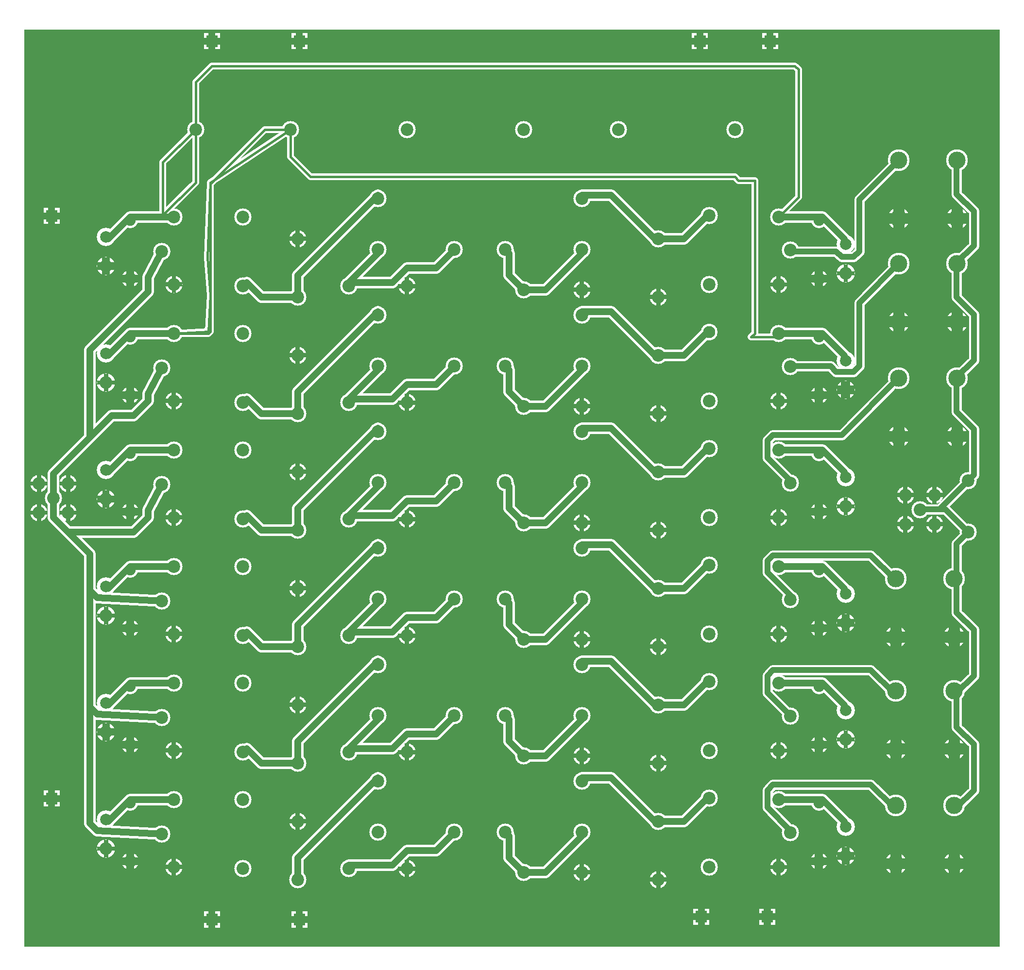
<source format=gbr>
%FSLAX34Y34*%
%MOMM*%
%LNCOPPER_BOTTOM*%
G71*
G01*
%ADD10C,3.000*%
%ADD11C,3.000*%
%ADD12C,2.900*%
%ADD13C,3.200*%
%ADD14C,2.700*%
%ADD15C,2.800*%
%ADD16C,2.900*%
%ADD17C,3.000*%
%ADD18C,3.000*%
%ADD19C,2.000*%
%ADD20C,1.200*%
%ADD21C,3.800*%
%ADD22C,1.800*%
%ADD23C,0.733*%
%ADD24C,0.700*%
%ADD25C,1.380*%
%ADD26C,1.193*%
%ADD27C,1.364*%
%ADD28C,1.173*%
%ADD29C,1.269*%
%ADD30C,1.591*%
%ADD31C,1.298*%
%ADD32C,1.920*%
%ADD33C,2.200*%
%ADD34C,0.144*%
%ADD35C,2.200*%
%ADD36C,2.100*%
%ADD37C,2.000*%
%ADD38C,1.900*%
%ADD39C,2.100*%
%ADD40C,2.200*%
%ADD41C,2.200*%
%ADD42C,0.400*%
%ADD43C,4.300*%
%ADD44C,3.000*%
%ADD45C,1.000*%
%LPD*%
G36*
X-1704950Y426900D02*
X-4950Y426900D01*
X-4950Y-1173100D01*
X-1704950Y-1173100D01*
X-1704950Y426900D01*
G37*
%LPC*%
X-1228700Y61900D02*
G54D10*
D03*
X-1228700Y-39700D02*
G54D10*
D03*
X-1089000Y42850D02*
G54D11*
D03*
X-1089000Y131750D02*
G54D11*
D03*
X-1038200Y-20650D02*
G54D10*
D03*
X-1139800Y-20650D02*
G54D10*
D03*
X-955650Y42850D02*
G54D11*
D03*
X-866750Y42850D02*
G54D11*
D03*
X-733400Y-27000D02*
G54D10*
D03*
X-835000Y-27000D02*
G54D10*
D03*
X-733400Y42850D02*
G54D11*
D03*
X-733400Y131750D02*
G54D11*
D03*
X-600050Y61900D02*
G54D10*
D03*
X-600050Y-39700D02*
G54D10*
D03*
X-1323950Y-20650D02*
G54D11*
D03*
X-1444600Y-17476D02*
G54D11*
D03*
X-1323950Y100000D02*
G54D11*
D03*
X-1444600Y100000D02*
G54D11*
D03*
X-1465712Y39675D02*
G54D11*
D03*
X-511290Y102651D02*
G54D11*
D03*
X-390640Y99477D02*
G54D11*
D03*
X-511290Y-17999D02*
G54D11*
D03*
X-390640Y-17999D02*
G54D11*
D03*
X-369528Y42326D02*
G54D11*
D03*
X-1228700Y61900D02*
G54D11*
D03*
X-1038200Y-20650D02*
G54D11*
D03*
X-733400Y-27000D02*
G54D11*
D03*
X-600050Y-39700D02*
G54D11*
D03*
X-1444600Y-17476D02*
G54D12*
D03*
X-1562592Y14362D02*
G54D13*
D03*
X-1562704Y65342D02*
G54D13*
D03*
X-1520477Y-7670D02*
G54D14*
D03*
X-1520477Y93930D02*
G54D14*
D03*
X-1520477Y-7670D02*
G54D15*
D03*
X-273542Y1662D02*
G54D13*
D03*
X-273654Y52642D02*
G54D13*
D03*
X-320327Y-7670D02*
G54D14*
D03*
X-320327Y93930D02*
G54D14*
D03*
X-320327Y-7670D02*
G54D15*
D03*
X-1520477Y-7670D02*
G54D11*
D03*
X-1562592Y14362D02*
G54D11*
D03*
X-320327Y-7670D02*
G54D11*
D03*
X-273542Y1662D02*
G54D11*
D03*
X-1228700Y-141300D02*
G54D10*
D03*
X-1228700Y-242900D02*
G54D10*
D03*
X-1089000Y-160350D02*
G54D11*
D03*
X-1089000Y-71450D02*
G54D11*
D03*
X-1038200Y-223850D02*
G54D10*
D03*
X-1139800Y-223850D02*
G54D10*
D03*
X-955650Y-160350D02*
G54D11*
D03*
X-866750Y-160350D02*
G54D11*
D03*
X-733400Y-230200D02*
G54D10*
D03*
X-835000Y-230200D02*
G54D10*
D03*
X-733400Y-160350D02*
G54D11*
D03*
X-733400Y-71450D02*
G54D11*
D03*
X-600050Y-141300D02*
G54D10*
D03*
X-600050Y-242900D02*
G54D10*
D03*
X-1323950Y-223850D02*
G54D11*
D03*
X-1444600Y-220676D02*
G54D11*
D03*
X-1323950Y-103200D02*
G54D11*
D03*
X-1444600Y-103200D02*
G54D11*
D03*
X-1465712Y-163525D02*
G54D11*
D03*
X-511290Y-100549D02*
G54D16*
D03*
X-390640Y-103723D02*
G54D11*
D03*
X-511290Y-221199D02*
G54D11*
D03*
X-390640Y-221199D02*
G54D11*
D03*
X-369527Y-160874D02*
G54D11*
D03*
X-1228700Y-141300D02*
G54D11*
D03*
X-1038200Y-223850D02*
G54D11*
D03*
X-733400Y-230200D02*
G54D11*
D03*
X-600050Y-242900D02*
G54D11*
D03*
X-1444600Y-220676D02*
G54D17*
D03*
X-1562592Y-188838D02*
G54D13*
D03*
X-1562704Y-137858D02*
G54D13*
D03*
X-1520477Y-210870D02*
G54D14*
D03*
X-1520477Y-109270D02*
G54D14*
D03*
X-1520477Y-210870D02*
G54D15*
D03*
X-273542Y-201538D02*
G54D13*
D03*
X-273654Y-150558D02*
G54D13*
D03*
X-320327Y-210870D02*
G54D14*
D03*
X-320327Y-109270D02*
G54D14*
D03*
X-320327Y-210870D02*
G54D15*
D03*
X-1520477Y-210870D02*
G54D11*
D03*
X-1562592Y-188838D02*
G54D11*
D03*
X-320327Y-210870D02*
G54D11*
D03*
X-273542Y-201538D02*
G54D11*
D03*
X-1228700Y-344500D02*
G54D10*
D03*
X-1228700Y-446100D02*
G54D10*
D03*
X-1089000Y-363550D02*
G54D11*
D03*
X-1089000Y-274650D02*
G54D11*
D03*
X-1038200Y-427050D02*
G54D10*
D03*
X-1139800Y-427050D02*
G54D10*
D03*
X-955650Y-363550D02*
G54D11*
D03*
X-866750Y-363550D02*
G54D11*
D03*
X-733400Y-433400D02*
G54D10*
D03*
X-835000Y-433400D02*
G54D10*
D03*
X-733400Y-363550D02*
G54D11*
D03*
X-733400Y-274650D02*
G54D11*
D03*
X-600050Y-344500D02*
G54D10*
D03*
X-600050Y-446100D02*
G54D10*
D03*
X-1323950Y-427050D02*
G54D11*
D03*
X-1444600Y-423876D02*
G54D11*
D03*
X-1323950Y-306400D02*
G54D11*
D03*
X-1444600Y-306400D02*
G54D11*
D03*
X-1465712Y-366725D02*
G54D11*
D03*
X-511290Y-303749D02*
G54D11*
D03*
X-390640Y-306923D02*
G54D11*
D03*
X-511290Y-424399D02*
G54D11*
D03*
X-390640Y-424399D02*
G54D11*
D03*
X-369527Y-364074D02*
G54D11*
D03*
X-1228700Y-344500D02*
G54D11*
D03*
X-1038200Y-427050D02*
G54D11*
D03*
X-733400Y-433400D02*
G54D11*
D03*
X-600050Y-446100D02*
G54D11*
D03*
X-1444600Y-423876D02*
G54D17*
D03*
X-1562592Y-392038D02*
G54D13*
D03*
X-1562704Y-341058D02*
G54D13*
D03*
X-1520477Y-414070D02*
G54D14*
D03*
X-1520477Y-312470D02*
G54D14*
D03*
X-1520477Y-414070D02*
G54D15*
D03*
X-273542Y-404738D02*
G54D13*
D03*
X-273654Y-353758D02*
G54D13*
D03*
X-320327Y-414070D02*
G54D14*
D03*
X-320327Y-312470D02*
G54D14*
D03*
X-320327Y-414070D02*
G54D15*
D03*
X-1520477Y-414070D02*
G54D11*
D03*
X-1562592Y-392038D02*
G54D11*
D03*
X-320327Y-414070D02*
G54D11*
D03*
X-273542Y-404738D02*
G54D11*
D03*
X-1228700Y-547700D02*
G54D10*
D03*
X-1228700Y-649300D02*
G54D10*
D03*
X-1089000Y-566750D02*
G54D11*
D03*
X-1089000Y-477850D02*
G54D11*
D03*
X-1038200Y-630250D02*
G54D10*
D03*
X-1139800Y-630250D02*
G54D10*
D03*
X-955650Y-566750D02*
G54D11*
D03*
X-866750Y-566750D02*
G54D11*
D03*
X-733400Y-636600D02*
G54D10*
D03*
X-835000Y-636600D02*
G54D10*
D03*
X-733400Y-566750D02*
G54D11*
D03*
X-733400Y-477850D02*
G54D11*
D03*
X-600050Y-547700D02*
G54D10*
D03*
X-600050Y-649300D02*
G54D10*
D03*
X-1323950Y-630250D02*
G54D11*
D03*
X-1444600Y-627076D02*
G54D11*
D03*
X-1323950Y-509600D02*
G54D11*
D03*
X-1444600Y-509600D02*
G54D11*
D03*
X-1465712Y-569925D02*
G54D11*
D03*
X-511290Y-506948D02*
G54D11*
D03*
X-390640Y-510123D02*
G54D11*
D03*
X-511290Y-627599D02*
G54D11*
D03*
X-390640Y-627599D02*
G54D11*
D03*
X-369527Y-567274D02*
G54D11*
D03*
X-1228700Y-547700D02*
G54D11*
D03*
X-1038200Y-630250D02*
G54D11*
D03*
X-733400Y-636600D02*
G54D11*
D03*
X-600050Y-649300D02*
G54D11*
D03*
X-1444600Y-627076D02*
G54D17*
D03*
X-1562592Y-595238D02*
G54D13*
D03*
X-1562704Y-544258D02*
G54D13*
D03*
X-1520477Y-617270D02*
G54D14*
D03*
X-1520477Y-515670D02*
G54D14*
D03*
X-1520477Y-617270D02*
G54D15*
D03*
X-273542Y-607938D02*
G54D13*
D03*
X-273654Y-556958D02*
G54D13*
D03*
X-320327Y-617270D02*
G54D14*
D03*
X-320327Y-515670D02*
G54D14*
D03*
X-320327Y-617270D02*
G54D15*
D03*
X-1520477Y-617270D02*
G54D11*
D03*
X-1562592Y-595238D02*
G54D11*
D03*
X-320327Y-617270D02*
G54D11*
D03*
X-273542Y-607938D02*
G54D11*
D03*
X-1228700Y-750900D02*
G54D10*
D03*
X-1228700Y-852500D02*
G54D10*
D03*
X-1089000Y-769950D02*
G54D11*
D03*
X-1089000Y-681050D02*
G54D11*
D03*
X-1038200Y-833450D02*
G54D10*
D03*
X-1139800Y-833450D02*
G54D10*
D03*
X-955650Y-769950D02*
G54D11*
D03*
X-866750Y-769950D02*
G54D11*
D03*
X-733400Y-839800D02*
G54D10*
D03*
X-835000Y-839800D02*
G54D10*
D03*
X-733400Y-769950D02*
G54D11*
D03*
X-733400Y-681050D02*
G54D11*
D03*
X-600050Y-750900D02*
G54D10*
D03*
X-600050Y-852500D02*
G54D10*
D03*
X-1323950Y-833450D02*
G54D11*
D03*
X-1444600Y-830276D02*
G54D11*
D03*
X-1323950Y-712800D02*
G54D11*
D03*
X-1444600Y-712800D02*
G54D11*
D03*
X-1465712Y-773125D02*
G54D11*
D03*
X-511290Y-710148D02*
G54D11*
D03*
X-390640Y-713323D02*
G54D11*
D03*
X-511290Y-830799D02*
G54D11*
D03*
X-390640Y-830799D02*
G54D11*
D03*
X-369527Y-770474D02*
G54D11*
D03*
X-1228700Y-750900D02*
G54D11*
D03*
X-1038200Y-833450D02*
G54D11*
D03*
X-733400Y-839800D02*
G54D11*
D03*
X-600050Y-852500D02*
G54D11*
D03*
X-1444600Y-830276D02*
G54D17*
D03*
X-1562592Y-798438D02*
G54D13*
D03*
X-1562704Y-747458D02*
G54D13*
D03*
X-1520477Y-820470D02*
G54D14*
D03*
X-1520477Y-718870D02*
G54D14*
D03*
X-1520477Y-820470D02*
G54D15*
D03*
X-273542Y-811138D02*
G54D13*
D03*
X-273654Y-760158D02*
G54D13*
D03*
X-320327Y-820470D02*
G54D14*
D03*
X-320327Y-718870D02*
G54D14*
D03*
X-320327Y-820470D02*
G54D15*
D03*
X-1520477Y-820470D02*
G54D11*
D03*
X-1562592Y-798438D02*
G54D11*
D03*
X-320327Y-820470D02*
G54D11*
D03*
X-273542Y-811138D02*
G54D11*
D03*
X-1228700Y-954100D02*
G54D10*
D03*
X-1228700Y-1055700D02*
G54D10*
D03*
X-1089000Y-973150D02*
G54D11*
D03*
X-1089000Y-884250D02*
G54D11*
D03*
X-1038200Y-1036650D02*
G54D10*
D03*
X-1139800Y-1036650D02*
G54D10*
D03*
X-955650Y-973150D02*
G54D11*
D03*
X-866750Y-973150D02*
G54D11*
D03*
X-733400Y-1043000D02*
G54D10*
D03*
X-835000Y-1043000D02*
G54D10*
D03*
X-733400Y-973150D02*
G54D11*
D03*
X-733400Y-884250D02*
G54D11*
D03*
X-600050Y-954100D02*
G54D10*
D03*
X-600050Y-1055700D02*
G54D10*
D03*
X-1323950Y-1036650D02*
G54D11*
D03*
X-1444600Y-1033476D02*
G54D11*
D03*
X-1323950Y-916000D02*
G54D11*
D03*
X-1444600Y-916000D02*
G54D11*
D03*
X-1465712Y-976325D02*
G54D11*
D03*
X-511290Y-913348D02*
G54D11*
D03*
X-390640Y-916523D02*
G54D11*
D03*
X-511290Y-1033999D02*
G54D11*
D03*
X-390640Y-1033999D02*
G54D11*
D03*
X-369527Y-973674D02*
G54D11*
D03*
X-1228700Y-954100D02*
G54D11*
D03*
X-1038200Y-1036650D02*
G54D11*
D03*
X-733400Y-1043000D02*
G54D11*
D03*
X-600050Y-1055700D02*
G54D11*
D03*
X-1444600Y-1033476D02*
G54D17*
D03*
X-1562592Y-1001638D02*
G54D13*
D03*
X-1562704Y-950658D02*
G54D13*
D03*
X-1520477Y-1023670D02*
G54D14*
D03*
X-1520477Y-922070D02*
G54D14*
D03*
X-1520477Y-1023670D02*
G54D15*
D03*
X-273542Y-1014338D02*
G54D13*
D03*
X-273654Y-963358D02*
G54D13*
D03*
X-320327Y-1023670D02*
G54D14*
D03*
X-320327Y-922070D02*
G54D14*
D03*
X-320327Y-1023670D02*
G54D15*
D03*
X-1520477Y-1023670D02*
G54D11*
D03*
X-1562592Y-1001638D02*
G54D11*
D03*
X-320327Y-1023670D02*
G54D11*
D03*
X-273542Y-1014338D02*
G54D11*
D03*
X-1406500Y252400D02*
G54D18*
D03*
X-835000Y252400D02*
G54D18*
D03*
X-669900Y252400D02*
G54D18*
D03*
X-466700Y252400D02*
G54D18*
D03*
X-1241400Y252400D02*
G54D18*
D03*
X-1038200Y252400D02*
G54D18*
D03*
G54D19*
X-1520477Y93930D02*
X-1520800Y100000D01*
X-1444600Y100000D01*
G54D19*
X-1323950Y-20650D02*
X-1317600Y-14300D01*
X-1292200Y-39700D01*
X-1228700Y-39700D01*
G54D19*
X-1089000Y131750D02*
X-1089000Y138100D01*
X-1228700Y-1600D01*
X-1228700Y-39700D01*
G54D19*
X-1139800Y-20650D02*
X-1139800Y-14300D01*
X-1089000Y36500D01*
X-1089000Y42850D01*
G54D19*
X-955650Y42850D02*
X-962000Y36500D01*
X-987400Y11100D01*
X-1038200Y11100D01*
X-1063600Y-14300D01*
X-1139800Y-14300D01*
X-1139800Y-20650D01*
G54D19*
X-835000Y-27000D02*
X-860400Y-1600D01*
X-860400Y36500D01*
X-866750Y42850D01*
G54D19*
X-733400Y42850D02*
X-733400Y36500D01*
X-796900Y-27000D01*
X-835000Y-27000D01*
G54D19*
X-600050Y61900D02*
X-606400Y61900D01*
X-682600Y138100D01*
X-733400Y138100D01*
X-733400Y131750D01*
G54D19*
X-511290Y102651D02*
X-517500Y100000D01*
X-555600Y61900D01*
X-606400Y61900D01*
X-600050Y61900D01*
G54D19*
X-320327Y93930D02*
X-314300Y100000D01*
X-390500Y100000D01*
X-390640Y99477D01*
G54D19*
X-320327Y93930D02*
X-314300Y100000D01*
X-276200Y61900D01*
X-276200Y49200D01*
X-273654Y52642D01*
G54D19*
X-320327Y-109270D02*
X-314300Y-103200D01*
X-390500Y-103200D01*
X-390640Y-103723D01*
G54D19*
X-320327Y-109270D02*
X-314300Y-103200D01*
X-276200Y-141300D01*
X-276200Y-154000D01*
X-273654Y-150558D01*
G54D19*
X-320327Y-312470D02*
X-314300Y-306400D01*
X-390500Y-306400D01*
X-390640Y-306923D01*
G54D19*
X-320327Y-312470D02*
X-314300Y-306400D01*
X-276200Y-344500D01*
X-276200Y-357200D01*
X-273654Y-353758D01*
G54D19*
X-320327Y-515670D02*
X-314300Y-509600D01*
X-390500Y-509600D01*
X-390640Y-510123D01*
G54D19*
X-320327Y-515670D02*
X-314300Y-509600D01*
X-276200Y-547700D01*
X-276200Y-560400D01*
X-273654Y-556958D01*
G54D19*
X-320327Y-718870D02*
X-314300Y-712800D01*
X-390500Y-712800D01*
X-390640Y-713323D01*
G54D19*
X-320327Y-718870D02*
X-314300Y-712800D01*
X-276200Y-750900D01*
X-276200Y-763600D01*
X-273654Y-760158D01*
G54D19*
X-1520477Y93930D02*
X-1520800Y100000D01*
X-1558900Y61900D01*
X-1562704Y65342D01*
G54D19*
X-1520477Y-109270D02*
X-1520800Y-103200D01*
X-1558900Y-141300D01*
X-1562704Y-137858D01*
G54D19*
X-1520477Y-109270D02*
X-1520800Y-103200D01*
X-1444600Y-103200D01*
G54D19*
X-1089000Y-71450D02*
X-1089000Y-65100D01*
X-1228700Y-204800D01*
X-1228700Y-242900D01*
G54D19*
X-1323950Y-223850D02*
X-1317600Y-217500D01*
X-1292200Y-242900D01*
X-1228700Y-242900D01*
G54D19*
X-1139800Y-223850D02*
X-1139800Y-217500D01*
X-1089000Y-166700D01*
X-1089000Y-160350D01*
G54D19*
X-955650Y-160350D02*
X-962000Y-166700D01*
X-987400Y-192100D01*
X-1038200Y-192100D01*
X-1063600Y-217500D01*
X-1139800Y-217500D01*
X-1139800Y-223850D01*
G54D19*
X-835000Y-230200D02*
X-860400Y-204800D01*
X-860400Y-166700D01*
X-866750Y-160350D01*
G54D19*
X-733400Y-160350D02*
X-733400Y-166700D01*
X-796900Y-230200D01*
X-835000Y-230200D01*
G54D19*
X-600050Y-141300D02*
X-606400Y-141300D01*
X-682600Y-65100D01*
X-733400Y-65100D01*
X-733400Y-71450D01*
G54D19*
X-600050Y-344500D02*
X-606400Y-344500D01*
X-682600Y-268300D01*
X-733400Y-268300D01*
X-733400Y-274650D01*
G54D19*
X-1520477Y-312470D02*
X-1520800Y-306400D01*
X-1444600Y-306400D01*
G54D19*
X-1520477Y-312470D02*
X-1520800Y-306400D01*
X-1558900Y-344500D01*
X-1562704Y-341058D01*
G54D19*
X-1323950Y-427050D02*
X-1317600Y-420700D01*
X-1292200Y-446100D01*
X-1228700Y-446100D01*
G54D19*
X-1089000Y-274650D02*
X-1089000Y-268300D01*
X-1228700Y-408000D01*
X-1228700Y-446100D01*
G54D19*
X-1139800Y-427050D02*
X-1139800Y-420700D01*
X-1089000Y-369900D01*
X-1089000Y-363550D01*
G54D19*
X-955650Y-363550D02*
X-962000Y-369900D01*
X-987400Y-395300D01*
X-1038200Y-395300D01*
X-1063600Y-420700D01*
X-1139800Y-420700D01*
X-1139800Y-427050D01*
G54D19*
X-835000Y-433400D02*
X-860400Y-408000D01*
X-860400Y-369900D01*
X-866750Y-363550D01*
G54D19*
X-733400Y-363550D02*
X-733400Y-369900D01*
X-796900Y-433400D01*
X-835000Y-433400D01*
G54D19*
X-511290Y-303749D02*
X-517500Y-306400D01*
X-555600Y-344500D01*
X-606400Y-344500D01*
X-600050Y-344500D01*
G54D19*
X-511290Y-506949D02*
X-517500Y-509600D01*
X-555600Y-547700D01*
X-606400Y-547700D01*
X-600050Y-547700D01*
G54D19*
X-600050Y-547700D02*
X-606400Y-547700D01*
X-682600Y-471500D01*
X-733400Y-471500D01*
X-733400Y-477850D01*
G54D19*
X-733400Y-566750D02*
X-733400Y-573100D01*
X-796900Y-636600D01*
X-835000Y-636600D01*
G54D19*
X-835000Y-636600D02*
X-860400Y-611200D01*
X-860400Y-573100D01*
X-866750Y-566750D01*
G54D19*
X-955650Y-566750D02*
X-962000Y-573100D01*
X-987400Y-598500D01*
X-1038200Y-598500D01*
X-1063600Y-623900D01*
X-1139800Y-623900D01*
X-1139800Y-630250D01*
G54D19*
X-1139800Y-630250D02*
X-1139800Y-623900D01*
X-1089000Y-573100D01*
X-1089000Y-566750D01*
G54D19*
X-1089000Y-477850D02*
X-1089000Y-471500D01*
X-1228700Y-611200D01*
X-1228700Y-649300D01*
G54D19*
X-1520477Y-515670D02*
X-1520800Y-509600D01*
X-1444600Y-509600D01*
G54D19*
X-1520477Y-515670D02*
X-1520800Y-509600D01*
X-1558900Y-547700D01*
X-1562704Y-544258D01*
G54D19*
X-1520477Y-718870D02*
X-1520800Y-712800D01*
X-1558900Y-750900D01*
X-1562704Y-747458D01*
G54D19*
X-1520477Y-718870D02*
X-1520800Y-712800D01*
X-1444600Y-712800D01*
G54D19*
X-1323950Y-630250D02*
X-1317600Y-623900D01*
X-1292200Y-649300D01*
X-1228700Y-649300D01*
G54D19*
X-1089000Y-681050D02*
X-1089000Y-674700D01*
X-1228700Y-814400D01*
X-1228700Y-852500D01*
G54D19*
X-1323950Y-833450D02*
X-1317600Y-827100D01*
X-1292200Y-852500D01*
X-1228700Y-852500D01*
G54D19*
X-1139800Y-833450D02*
X-1139800Y-827100D01*
X-1089000Y-776300D01*
X-1089000Y-769950D01*
G54D19*
X-955650Y-769950D02*
X-962000Y-776300D01*
X-987400Y-801700D01*
X-1038200Y-801700D01*
X-1063600Y-827100D01*
X-1139800Y-827100D01*
X-1139800Y-833450D01*
G54D19*
X-835000Y-839800D02*
X-860400Y-814400D01*
X-860400Y-776300D01*
X-866750Y-769950D01*
G54D19*
X-733400Y-769950D02*
X-733400Y-776300D01*
X-796900Y-839800D01*
X-835000Y-839800D01*
G54D19*
X-600050Y-750900D02*
X-606400Y-750900D01*
X-682600Y-674700D01*
X-733400Y-674700D01*
X-733400Y-681050D01*
G54D19*
X-511290Y-710149D02*
X-517500Y-712800D01*
X-555600Y-750900D01*
X-606400Y-750900D01*
X-600050Y-750900D01*
G54D19*
X-511290Y-913349D02*
X-517500Y-916000D01*
X-555600Y-954100D01*
X-606400Y-954100D01*
X-600050Y-954100D01*
G54D19*
X-600050Y-954100D02*
X-606400Y-954100D01*
X-682600Y-877900D01*
X-733400Y-877900D01*
X-733400Y-884250D01*
G54D19*
X-733400Y-973150D02*
X-733400Y-979500D01*
X-796900Y-1043000D01*
X-835000Y-1043000D01*
G54D19*
X-835000Y-1043000D02*
X-860400Y-1017600D01*
X-860400Y-979500D01*
X-866750Y-973150D01*
G54D19*
X-955650Y-973150D02*
X-962000Y-979500D01*
X-987400Y-1004900D01*
X-1038200Y-1004900D01*
X-1063600Y-1030300D01*
X-1139800Y-1030300D01*
X-1139800Y-1036650D01*
G54D19*
X-1089000Y-884250D02*
X-1089000Y-877900D01*
X-1228700Y-1017600D01*
X-1228700Y-1055700D01*
G54D19*
X-1520477Y-922070D02*
X-1520800Y-916000D01*
X-1444600Y-916000D01*
G54D19*
X-1520477Y-922070D02*
X-1520800Y-916000D01*
X-1558900Y-954100D01*
X-1562704Y-950658D01*
G54D19*
X-320327Y-922070D02*
X-314300Y-916000D01*
X-390500Y-916000D01*
X-390640Y-916523D01*
G54D19*
X-320327Y-922070D02*
X-314300Y-916000D01*
X-276200Y-954100D01*
X-276200Y-966800D01*
X-273654Y-963358D01*
G54D19*
X-511290Y-100549D02*
X-517500Y-103200D01*
X-555600Y-141300D01*
X-606400Y-141300D01*
X-600050Y-141300D01*
G54D20*
X-1406500Y252400D02*
X-1406500Y160200D01*
X-1463650Y103050D01*
X-1463650Y195250D01*
X-1406500Y252400D01*
X-1406500Y334825D01*
X-1377925Y363400D01*
X-361925Y363400D01*
X-355575Y357050D01*
X-355575Y134542D01*
X-390640Y99477D01*
G54D20*
X-1241400Y252400D02*
X-1285725Y252400D01*
X-1381100Y157025D01*
X-1381100Y-100150D01*
X-1384275Y-103325D01*
X-1444600Y-103200D01*
X-1384275Y-100150D01*
X-1381100Y-36650D01*
X-1385862Y28500D01*
X-1381100Y160325D01*
X-1241400Y252400D01*
X-1241400Y204650D01*
X-1206475Y169725D01*
X-466700Y169725D01*
X-460350Y163375D01*
X-431775Y163375D01*
X-431775Y-103325D01*
X-438125Y-109675D01*
X-396592Y-109675D01*
X-390640Y-103723D01*
X-1679575Y-365162D02*
G54D11*
D03*
X-1628775Y-365162D02*
G54D11*
D03*
X-1654175Y-390562D02*
G54D11*
D03*
X-1628775Y-415962D02*
G54D11*
D03*
X-1679575Y-415962D02*
G54D11*
D03*
G54D19*
X-1654175Y-390562D02*
X-1654150Y-385900D01*
X-1654150Y-347800D01*
X-1590650Y-284300D01*
X-1590650Y-131900D01*
X-1489050Y-30300D01*
X-1489050Y-4900D01*
X-1465712Y39675D01*
X-1460712Y39675D01*
X-1465712Y39675D01*
G54D19*
X-1654175Y-390562D02*
X-1654150Y-385900D01*
X-1654150Y-347800D01*
X-1552550Y-246200D01*
X-1514450Y-246200D01*
X-1489050Y-220800D01*
X-1489050Y-208100D01*
X-1465712Y-163525D01*
G54D19*
X-1654175Y-390562D02*
X-1654150Y-385900D01*
X-1654150Y-424000D01*
X-1628750Y-449400D01*
X-1514450Y-449400D01*
X-1489050Y-424000D01*
X-1489050Y-411300D01*
X-1465712Y-366725D01*
G54D19*
X-1654175Y-390562D02*
X-1654150Y-385900D01*
X-1654150Y-424000D01*
X-1590650Y-487500D01*
X-1590650Y-551000D01*
X-1577950Y-563700D01*
X-1465712Y-569925D01*
G54D19*
X-1654175Y-390562D02*
X-1654150Y-385900D01*
X-1654150Y-424000D01*
X-1590650Y-487500D01*
X-1590650Y-754200D01*
X-1577950Y-766900D01*
X-1465712Y-773125D01*
G54D19*
X-1654175Y-390562D02*
X-1654150Y-385900D01*
X-1654150Y-424000D01*
X-1590650Y-487500D01*
X-1590650Y-957400D01*
X-1577950Y-970100D01*
X-1465712Y-976325D01*
G36*
X-1391950Y420400D02*
X-1363950Y420400D01*
X-1363950Y392400D01*
X-1391950Y392400D01*
X-1391950Y420400D01*
G37*
G36*
X-1239550Y420400D02*
X-1211550Y420400D01*
X-1211550Y392400D01*
X-1239550Y392400D01*
X-1239550Y420400D01*
G37*
G36*
X-541550Y420400D02*
X-513550Y420400D01*
X-513550Y392400D01*
X-541550Y392400D01*
X-541550Y420400D01*
G37*
G36*
X-419150Y420400D02*
X-391150Y420400D01*
X-391150Y392400D01*
X-419150Y392400D01*
X-419150Y420400D01*
G37*
G36*
X-1391950Y-1111300D02*
X-1363950Y-1111300D01*
X-1363950Y-1139300D01*
X-1391950Y-1139300D01*
X-1391950Y-1111300D01*
G37*
G36*
X-1239550Y-1111300D02*
X-1211550Y-1111300D01*
X-1211550Y-1139300D01*
X-1239550Y-1139300D01*
X-1239550Y-1111300D01*
G37*
G36*
X-539150Y-1106300D02*
X-511150Y-1106300D01*
X-511150Y-1134300D01*
X-539150Y-1134300D01*
X-539150Y-1106300D01*
G37*
G36*
X-1671350Y-900400D02*
X-1643350Y-900400D01*
X-1643350Y-928400D01*
X-1671350Y-928400D01*
X-1671350Y-900400D01*
G37*
G36*
X-1671350Y115600D02*
X-1643350Y115600D01*
X-1643350Y87600D01*
X-1671350Y87600D01*
X-1671350Y115600D01*
G37*
X-1562592Y14362D02*
G54D11*
D03*
X-1562592Y-392039D02*
G54D11*
D03*
X-1562592Y-798438D02*
G54D11*
D03*
X-273542Y-201538D02*
G54D11*
D03*
X-273542Y-607939D02*
G54D11*
D03*
X-273542Y-1014339D02*
G54D11*
D03*
G36*
X-424150Y-1106300D02*
X-396150Y-1106300D01*
X-396150Y-1134300D01*
X-424150Y-1134300D01*
X-424150Y-1106300D01*
G37*
X-180950Y198750D02*
G54D21*
D03*
X-79350Y198750D02*
G54D11*
D03*
X-79350Y198750D02*
G54D21*
D03*
X-180950Y198750D02*
G54D21*
D03*
X-180950Y97150D02*
G54D11*
D03*
X-180950Y97150D02*
G54D21*
D03*
X-79350Y198750D02*
G54D21*
D03*
X-79350Y97150D02*
G54D11*
D03*
X-79350Y97150D02*
G54D21*
D03*
X-180950Y97150D02*
G54D21*
D03*
X-79350Y97150D02*
G54D21*
D03*
X-180950Y18750D02*
G54D21*
D03*
X-79350Y18750D02*
G54D11*
D03*
X-79350Y18750D02*
G54D21*
D03*
X-180950Y18750D02*
G54D21*
D03*
X-180950Y-82850D02*
G54D11*
D03*
X-180950Y-82850D02*
G54D21*
D03*
X-79350Y18750D02*
G54D21*
D03*
X-79350Y-82850D02*
G54D11*
D03*
X-79350Y-82850D02*
G54D21*
D03*
X-180950Y-82850D02*
G54D21*
D03*
X-79350Y-82850D02*
G54D21*
D03*
X-180950Y-181250D02*
G54D21*
D03*
X-79350Y-181250D02*
G54D11*
D03*
X-79350Y-181250D02*
G54D21*
D03*
X-180950Y-181250D02*
G54D21*
D03*
X-180950Y-282850D02*
G54D11*
D03*
X-180950Y-282850D02*
G54D21*
D03*
X-79350Y-181250D02*
G54D21*
D03*
X-79350Y-282850D02*
G54D11*
D03*
X-79350Y-282850D02*
G54D21*
D03*
X-180950Y-282850D02*
G54D21*
D03*
X-79350Y-282850D02*
G54D21*
D03*
X-185950Y-531250D02*
G54D21*
D03*
X-84350Y-531250D02*
G54D11*
D03*
X-84350Y-531250D02*
G54D21*
D03*
X-185950Y-531250D02*
G54D21*
D03*
X-185950Y-632850D02*
G54D11*
D03*
X-185950Y-632850D02*
G54D21*
D03*
X-84350Y-531250D02*
G54D21*
D03*
X-84350Y-632850D02*
G54D11*
D03*
X-84350Y-632850D02*
G54D21*
D03*
X-185950Y-632850D02*
G54D21*
D03*
X-84350Y-632850D02*
G54D21*
D03*
X-185950Y-726250D02*
G54D21*
D03*
X-84350Y-726250D02*
G54D11*
D03*
X-84350Y-726250D02*
G54D21*
D03*
X-185950Y-726250D02*
G54D21*
D03*
X-185950Y-827850D02*
G54D11*
D03*
X-185950Y-827850D02*
G54D21*
D03*
X-84350Y-726250D02*
G54D21*
D03*
X-84350Y-827850D02*
G54D11*
D03*
X-84350Y-827850D02*
G54D21*
D03*
X-185950Y-827850D02*
G54D21*
D03*
X-84350Y-827850D02*
G54D21*
D03*
X-185950Y-926250D02*
G54D21*
D03*
X-84350Y-926250D02*
G54D11*
D03*
X-84350Y-926250D02*
G54D21*
D03*
X-185950Y-926250D02*
G54D21*
D03*
X-185950Y-1027850D02*
G54D11*
D03*
X-185950Y-1027850D02*
G54D21*
D03*
X-84350Y-926250D02*
G54D21*
D03*
X-84350Y-1027850D02*
G54D11*
D03*
X-84350Y-1027850D02*
G54D21*
D03*
X-185950Y-1027850D02*
G54D21*
D03*
X-84350Y-1027850D02*
G54D21*
D03*
X-169575Y-385162D02*
G54D11*
D03*
X-118775Y-385162D02*
G54D11*
D03*
X-144175Y-410562D02*
G54D11*
D03*
X-118775Y-435962D02*
G54D11*
D03*
X-169575Y-435962D02*
G54D11*
D03*
X-60000Y-360000D02*
G54D11*
D03*
X-60000Y-450000D02*
G54D11*
D03*
G54D22*
X-180950Y198750D02*
X-180000Y200000D01*
X-250000Y130000D01*
X-250000Y40000D01*
X-260000Y30000D01*
X-280000Y30000D01*
X-290000Y40000D01*
X-370000Y40000D01*
X-369528Y42326D01*
G54D22*
X-180950Y18750D02*
X-180000Y20000D01*
X-250000Y-50000D01*
X-250000Y-160000D01*
X-260000Y-170000D01*
X-290000Y-170000D01*
X-300000Y-160000D01*
X-370000Y-160000D01*
X-369527Y-160874D01*
G54D22*
X-180950Y-181250D02*
X-180000Y-180000D01*
X-280000Y-280000D01*
X-400000Y-280000D01*
X-410000Y-290000D01*
X-410000Y-320000D01*
X-370000Y-360000D01*
X-369527Y-364074D01*
G54D22*
X-185950Y-531250D02*
X-190000Y-530000D01*
X-230000Y-490000D01*
X-400000Y-490000D01*
X-410000Y-500000D01*
X-410000Y-520000D01*
X-370000Y-560000D01*
X-370000Y-570000D01*
X-369527Y-567274D01*
G54D22*
X-185950Y-726250D02*
X-190000Y-730000D01*
X-230000Y-690000D01*
X-400000Y-690000D01*
X-410000Y-700000D01*
X-410000Y-730000D01*
X-370000Y-770000D01*
X-369527Y-770474D01*
G54D22*
X-185950Y-926250D02*
X-190000Y-930000D01*
X-230000Y-890000D01*
X-400000Y-890000D01*
X-410000Y-900000D01*
X-410000Y-930000D01*
X-370000Y-970000D01*
X-369527Y-973674D01*
G54D22*
X-79350Y18750D02*
X-80000Y20000D01*
X-50000Y50000D01*
X-50000Y110000D01*
X-80000Y140000D01*
X-80000Y200000D01*
X-79350Y198750D01*
G54D22*
X-79350Y-181250D02*
X-80000Y-180000D01*
X-50000Y-150000D01*
X-50000Y-70000D01*
X-80000Y-40000D01*
X-80000Y20000D01*
X-79350Y18750D01*
G54D22*
X-60000Y-360000D02*
X-50000Y-350000D01*
X-50000Y-270000D01*
X-80000Y-240000D01*
X-80000Y-180000D01*
X-79350Y-181250D01*
G54D22*
X-60000Y-360000D02*
X-110000Y-410000D01*
X-140000Y-410000D01*
X-144175Y-410562D01*
G54D22*
X-60000Y-450000D02*
X-100000Y-410000D01*
X-140000Y-410000D01*
X-144175Y-410562D01*
G54D22*
X-60000Y-450000D02*
X-80000Y-470000D01*
X-80000Y-530000D01*
X-84350Y-531250D01*
G54D22*
X-84350Y-726250D02*
X-80000Y-730000D01*
X-50000Y-700000D01*
X-50000Y-620000D01*
X-80000Y-590000D01*
X-80000Y-530000D01*
X-84350Y-531250D01*
G54D22*
X-84350Y-926250D02*
X-80000Y-930000D01*
X-50000Y-900000D01*
X-50000Y-820000D01*
X-80000Y-790000D01*
X-80000Y-730000D01*
X-84350Y-726250D01*
%LPD*%
G54D23*
G36*
X-394307Y-17999D02*
X-394307Y-2499D01*
X-386973Y-2499D01*
X-386973Y-17999D01*
X-394307Y-17999D01*
G37*
G36*
X-390640Y-14332D02*
X-375140Y-14332D01*
X-375140Y-21666D01*
X-390640Y-21666D01*
X-390640Y-14332D01*
G37*
G36*
X-386973Y-17999D02*
X-386973Y-33499D01*
X-394307Y-33499D01*
X-394307Y-17999D01*
X-386973Y-17999D01*
G37*
G36*
X-390640Y-21666D02*
X-406140Y-21666D01*
X-406140Y-14332D01*
X-390640Y-14332D01*
X-390640Y-21666D01*
G37*
G54D23*
G36*
X-1232367Y61900D02*
X-1232367Y77400D01*
X-1225033Y77400D01*
X-1225033Y61900D01*
X-1232367Y61900D01*
G37*
G36*
X-1228700Y65567D02*
X-1213200Y65567D01*
X-1213200Y58233D01*
X-1228700Y58233D01*
X-1228700Y65567D01*
G37*
G36*
X-1225033Y61900D02*
X-1225033Y46400D01*
X-1232367Y46400D01*
X-1232367Y61900D01*
X-1225033Y61900D01*
G37*
G36*
X-1228700Y58233D02*
X-1244200Y58233D01*
X-1244200Y65567D01*
X-1228700Y65567D01*
X-1228700Y58233D01*
G37*
G54D23*
G36*
X-1041867Y-20650D02*
X-1041867Y-5150D01*
X-1034533Y-5150D01*
X-1034533Y-20650D01*
X-1041867Y-20650D01*
G37*
G36*
X-1038200Y-16983D02*
X-1022700Y-16983D01*
X-1022700Y-24317D01*
X-1038200Y-24317D01*
X-1038200Y-16983D01*
G37*
G36*
X-1034533Y-20650D02*
X-1034533Y-36150D01*
X-1041867Y-36150D01*
X-1041867Y-20650D01*
X-1034533Y-20650D01*
G37*
G36*
X-1038200Y-24317D02*
X-1053700Y-24317D01*
X-1053700Y-16983D01*
X-1038200Y-16983D01*
X-1038200Y-24317D01*
G37*
G54D23*
G36*
X-737067Y-27000D02*
X-737067Y-11500D01*
X-729733Y-11500D01*
X-729733Y-27000D01*
X-737067Y-27000D01*
G37*
G36*
X-733400Y-23333D02*
X-717900Y-23333D01*
X-717900Y-30667D01*
X-733400Y-30667D01*
X-733400Y-23333D01*
G37*
G36*
X-729733Y-27000D02*
X-729733Y-42500D01*
X-737067Y-42500D01*
X-737067Y-27000D01*
X-729733Y-27000D01*
G37*
G36*
X-733400Y-30667D02*
X-748900Y-30667D01*
X-748900Y-23333D01*
X-733400Y-23333D01*
X-733400Y-30667D01*
G37*
G54D23*
G36*
X-603717Y-39700D02*
X-603717Y-24200D01*
X-596383Y-24200D01*
X-596383Y-39700D01*
X-603717Y-39700D01*
G37*
G36*
X-600050Y-36033D02*
X-584550Y-36033D01*
X-584550Y-43367D01*
X-600050Y-43367D01*
X-600050Y-36033D01*
G37*
G36*
X-596383Y-39700D02*
X-596383Y-55200D01*
X-603717Y-55200D01*
X-603717Y-39700D01*
X-596383Y-39700D01*
G37*
G36*
X-600050Y-43367D02*
X-615550Y-43367D01*
X-615550Y-36033D01*
X-600050Y-36033D01*
X-600050Y-43367D01*
G37*
G54D24*
G36*
X-1448100Y-17476D02*
X-1448100Y-2476D01*
X-1441100Y-2476D01*
X-1441100Y-17476D01*
X-1448100Y-17476D01*
G37*
G36*
X-1444600Y-13976D02*
X-1429600Y-13976D01*
X-1429600Y-20976D01*
X-1444600Y-20976D01*
X-1444600Y-13976D01*
G37*
G36*
X-1441100Y-17476D02*
X-1441100Y-32476D01*
X-1448100Y-32476D01*
X-1448100Y-17476D01*
X-1441100Y-17476D01*
G37*
G36*
X-1444600Y-20976D02*
X-1459600Y-20976D01*
X-1459600Y-13976D01*
X-1444600Y-13976D01*
X-1444600Y-20976D01*
G37*
G54D25*
G36*
X-1520477Y-770D02*
X-1505977Y-770D01*
X-1505977Y-14570D01*
X-1520477Y-14570D01*
X-1520477Y-770D01*
G37*
G36*
X-1513577Y-7670D02*
X-1513577Y-22170D01*
X-1527377Y-22170D01*
X-1527377Y-7670D01*
X-1513577Y-7670D01*
G37*
G36*
X-1520477Y-14570D02*
X-1534977Y-14570D01*
X-1534977Y-770D01*
X-1520477Y-770D01*
X-1520477Y-14570D01*
G37*
G36*
X-1527377Y-7670D02*
X-1527377Y6830D01*
X-1513577Y6830D01*
X-1513577Y-7670D01*
X-1527377Y-7670D01*
G37*
G54D25*
G36*
X-320327Y-770D02*
X-305827Y-770D01*
X-305827Y-14570D01*
X-320327Y-14570D01*
X-320327Y-770D01*
G37*
G36*
X-313427Y-7670D02*
X-313427Y-22170D01*
X-327227Y-22170D01*
X-327227Y-7670D01*
X-313427Y-7670D01*
G37*
G36*
X-320327Y-14570D02*
X-334827Y-14570D01*
X-334827Y-770D01*
X-320327Y-770D01*
X-320327Y-14570D01*
G37*
G36*
X-327227Y-7670D02*
X-327227Y6830D01*
X-313427Y6830D01*
X-313427Y-7670D01*
X-327227Y-7670D01*
G37*
G54D23*
G36*
X-1524144Y-7670D02*
X-1524144Y7830D01*
X-1516810Y7830D01*
X-1516810Y-7670D01*
X-1524144Y-7670D01*
G37*
G36*
X-1520477Y-4003D02*
X-1504977Y-4003D01*
X-1504977Y-11336D01*
X-1520477Y-11336D01*
X-1520477Y-4003D01*
G37*
G36*
X-1516810Y-7670D02*
X-1516810Y-23170D01*
X-1524144Y-23170D01*
X-1524144Y-7670D01*
X-1516810Y-7670D01*
G37*
G36*
X-1520477Y-11336D02*
X-1535977Y-11336D01*
X-1535977Y-4003D01*
X-1520477Y-4003D01*
X-1520477Y-11336D01*
G37*
G54D23*
G36*
X-1566258Y14362D02*
X-1566258Y29862D01*
X-1558925Y29862D01*
X-1558925Y14362D01*
X-1566258Y14362D01*
G37*
G36*
X-1562592Y18028D02*
X-1547092Y18028D01*
X-1547092Y10695D01*
X-1562592Y10695D01*
X-1562592Y18028D01*
G37*
G36*
X-1558925Y14362D02*
X-1558925Y-1138D01*
X-1566258Y-1138D01*
X-1566258Y14362D01*
X-1558925Y14362D01*
G37*
G36*
X-1562592Y10695D02*
X-1578092Y10695D01*
X-1578092Y18028D01*
X-1562592Y18028D01*
X-1562592Y10695D01*
G37*
G54D23*
G36*
X-323994Y-7670D02*
X-323994Y7830D01*
X-316660Y7830D01*
X-316660Y-7670D01*
X-323994Y-7670D01*
G37*
G36*
X-320327Y-4003D02*
X-304827Y-4003D01*
X-304827Y-11336D01*
X-320327Y-11336D01*
X-320327Y-4003D01*
G37*
G36*
X-316660Y-7670D02*
X-316660Y-23170D01*
X-323994Y-23170D01*
X-323994Y-7670D01*
X-316660Y-7670D01*
G37*
G36*
X-320327Y-11336D02*
X-335827Y-11336D01*
X-335827Y-4003D01*
X-320327Y-4003D01*
X-320327Y-11336D01*
G37*
G54D23*
G36*
X-277208Y1662D02*
X-277208Y17162D01*
X-269875Y17162D01*
X-269875Y1662D01*
X-277208Y1662D01*
G37*
G36*
X-273542Y5328D02*
X-258042Y5328D01*
X-258042Y-2005D01*
X-273542Y-2005D01*
X-273542Y5328D01*
G37*
G36*
X-269875Y1662D02*
X-269875Y-13838D01*
X-277208Y-13838D01*
X-277208Y1662D01*
X-269875Y1662D01*
G37*
G36*
X-273542Y-2005D02*
X-289042Y-2005D01*
X-289042Y5328D01*
X-273542Y5328D01*
X-273542Y-2005D01*
G37*
G54D23*
G36*
X-394307Y-221199D02*
X-394307Y-205699D01*
X-386973Y-205699D01*
X-386973Y-221199D01*
X-394307Y-221199D01*
G37*
G36*
X-390640Y-217532D02*
X-375140Y-217532D01*
X-375140Y-224866D01*
X-390640Y-224866D01*
X-390640Y-217532D01*
G37*
G36*
X-386973Y-221199D02*
X-386973Y-236699D01*
X-394307Y-236699D01*
X-394307Y-221199D01*
X-386973Y-221199D01*
G37*
G36*
X-390640Y-224866D02*
X-406140Y-224866D01*
X-406140Y-217532D01*
X-390640Y-217532D01*
X-390640Y-224866D01*
G37*
G54D23*
G36*
X-1232367Y-141300D02*
X-1232367Y-125800D01*
X-1225033Y-125800D01*
X-1225033Y-141300D01*
X-1232367Y-141300D01*
G37*
G36*
X-1228700Y-137633D02*
X-1213200Y-137633D01*
X-1213200Y-144967D01*
X-1228700Y-144967D01*
X-1228700Y-137633D01*
G37*
G36*
X-1225033Y-141300D02*
X-1225033Y-156800D01*
X-1232367Y-156800D01*
X-1232367Y-141300D01*
X-1225033Y-141300D01*
G37*
G36*
X-1228700Y-144967D02*
X-1244200Y-144967D01*
X-1244200Y-137633D01*
X-1228700Y-137633D01*
X-1228700Y-144967D01*
G37*
G54D23*
G36*
X-1041867Y-223850D02*
X-1041867Y-208350D01*
X-1034533Y-208350D01*
X-1034533Y-223850D01*
X-1041867Y-223850D01*
G37*
G36*
X-1038200Y-220183D02*
X-1022700Y-220183D01*
X-1022700Y-227517D01*
X-1038200Y-227517D01*
X-1038200Y-220183D01*
G37*
G36*
X-1034533Y-223850D02*
X-1034533Y-239350D01*
X-1041867Y-239350D01*
X-1041867Y-223850D01*
X-1034533Y-223850D01*
G37*
G36*
X-1038200Y-227517D02*
X-1053700Y-227517D01*
X-1053700Y-220183D01*
X-1038200Y-220183D01*
X-1038200Y-227517D01*
G37*
G54D23*
G36*
X-737067Y-230200D02*
X-737067Y-214700D01*
X-729733Y-214700D01*
X-729733Y-230200D01*
X-737067Y-230200D01*
G37*
G36*
X-733400Y-226533D02*
X-717900Y-226533D01*
X-717900Y-233867D01*
X-733400Y-233867D01*
X-733400Y-226533D01*
G37*
G36*
X-729733Y-230200D02*
X-729733Y-245700D01*
X-737067Y-245700D01*
X-737067Y-230200D01*
X-729733Y-230200D01*
G37*
G36*
X-733400Y-233867D02*
X-748900Y-233867D01*
X-748900Y-226533D01*
X-733400Y-226533D01*
X-733400Y-233867D01*
G37*
G54D23*
G36*
X-603717Y-242900D02*
X-603717Y-227400D01*
X-596383Y-227400D01*
X-596383Y-242900D01*
X-603717Y-242900D01*
G37*
G36*
X-600050Y-239233D02*
X-584550Y-239233D01*
X-584550Y-246567D01*
X-600050Y-246567D01*
X-600050Y-239233D01*
G37*
G36*
X-596383Y-242900D02*
X-596383Y-258400D01*
X-603717Y-258400D01*
X-603717Y-242900D01*
X-596383Y-242900D01*
G37*
G36*
X-600050Y-246567D02*
X-615550Y-246567D01*
X-615550Y-239233D01*
X-600050Y-239233D01*
X-600050Y-246567D01*
G37*
G54D23*
G36*
X-1448267Y-220676D02*
X-1448267Y-205176D01*
X-1440933Y-205176D01*
X-1440933Y-220676D01*
X-1448267Y-220676D01*
G37*
G36*
X-1444600Y-217009D02*
X-1429100Y-217009D01*
X-1429100Y-224343D01*
X-1444600Y-224343D01*
X-1444600Y-217009D01*
G37*
G36*
X-1440933Y-220676D02*
X-1440933Y-236176D01*
X-1448267Y-236176D01*
X-1448267Y-220676D01*
X-1440933Y-220676D01*
G37*
G36*
X-1444600Y-224343D02*
X-1460100Y-224343D01*
X-1460100Y-217009D01*
X-1444600Y-217009D01*
X-1444600Y-224343D01*
G37*
G54D25*
G36*
X-1520477Y-203970D02*
X-1505977Y-203970D01*
X-1505977Y-217770D01*
X-1520477Y-217770D01*
X-1520477Y-203970D01*
G37*
G36*
X-1513577Y-210870D02*
X-1513577Y-225370D01*
X-1527377Y-225370D01*
X-1527377Y-210870D01*
X-1513577Y-210870D01*
G37*
G36*
X-1520477Y-217770D02*
X-1534977Y-217770D01*
X-1534977Y-203970D01*
X-1520477Y-203970D01*
X-1520477Y-217770D01*
G37*
G36*
X-1527377Y-210870D02*
X-1527377Y-196370D01*
X-1513577Y-196370D01*
X-1513577Y-210870D01*
X-1527377Y-210870D01*
G37*
G54D25*
G36*
X-320327Y-203970D02*
X-305827Y-203970D01*
X-305827Y-217770D01*
X-320327Y-217770D01*
X-320327Y-203970D01*
G37*
G36*
X-313427Y-210870D02*
X-313427Y-225370D01*
X-327227Y-225370D01*
X-327227Y-210870D01*
X-313427Y-210870D01*
G37*
G36*
X-320327Y-217770D02*
X-334827Y-217770D01*
X-334827Y-203970D01*
X-320327Y-203970D01*
X-320327Y-217770D01*
G37*
G36*
X-327227Y-210870D02*
X-327227Y-196370D01*
X-313427Y-196370D01*
X-313427Y-210870D01*
X-327227Y-210870D01*
G37*
G54D23*
G36*
X-1524144Y-210870D02*
X-1524144Y-195370D01*
X-1516810Y-195370D01*
X-1516810Y-210870D01*
X-1524144Y-210870D01*
G37*
G36*
X-1520477Y-207203D02*
X-1504977Y-207203D01*
X-1504977Y-214536D01*
X-1520477Y-214536D01*
X-1520477Y-207203D01*
G37*
G36*
X-1516810Y-210870D02*
X-1516810Y-226370D01*
X-1524144Y-226370D01*
X-1524144Y-210870D01*
X-1516810Y-210870D01*
G37*
G36*
X-1520477Y-214536D02*
X-1535977Y-214536D01*
X-1535977Y-207203D01*
X-1520477Y-207203D01*
X-1520477Y-214536D01*
G37*
G54D23*
G36*
X-1566258Y-188838D02*
X-1566258Y-173338D01*
X-1558925Y-173338D01*
X-1558925Y-188838D01*
X-1566258Y-188838D01*
G37*
G36*
X-1562592Y-185172D02*
X-1547092Y-185172D01*
X-1547092Y-192505D01*
X-1562592Y-192505D01*
X-1562592Y-185172D01*
G37*
G36*
X-1558925Y-188838D02*
X-1558925Y-204338D01*
X-1566258Y-204338D01*
X-1566258Y-188838D01*
X-1558925Y-188838D01*
G37*
G36*
X-1562592Y-192505D02*
X-1578092Y-192505D01*
X-1578092Y-185172D01*
X-1562592Y-185172D01*
X-1562592Y-192505D01*
G37*
G54D23*
G36*
X-323994Y-210870D02*
X-323994Y-195370D01*
X-316660Y-195370D01*
X-316660Y-210870D01*
X-323994Y-210870D01*
G37*
G36*
X-320327Y-207203D02*
X-304827Y-207203D01*
X-304827Y-214536D01*
X-320327Y-214536D01*
X-320327Y-207203D01*
G37*
G36*
X-316660Y-210870D02*
X-316660Y-226370D01*
X-323994Y-226370D01*
X-323994Y-210870D01*
X-316660Y-210870D01*
G37*
G36*
X-320327Y-214536D02*
X-335827Y-214536D01*
X-335827Y-207203D01*
X-320327Y-207203D01*
X-320327Y-214536D01*
G37*
G54D23*
G36*
X-277208Y-201538D02*
X-277208Y-186038D01*
X-269875Y-186038D01*
X-269875Y-201538D01*
X-277208Y-201538D01*
G37*
G36*
X-273542Y-197872D02*
X-258042Y-197872D01*
X-258042Y-205205D01*
X-273542Y-205205D01*
X-273542Y-197872D01*
G37*
G36*
X-269875Y-201538D02*
X-269875Y-217038D01*
X-277208Y-217038D01*
X-277208Y-201538D01*
X-269875Y-201538D01*
G37*
G36*
X-273542Y-205205D02*
X-289042Y-205205D01*
X-289042Y-197872D01*
X-273542Y-197872D01*
X-273542Y-205205D01*
G37*
G54D23*
G36*
X-394307Y-424399D02*
X-394307Y-408899D01*
X-386973Y-408899D01*
X-386973Y-424399D01*
X-394307Y-424399D01*
G37*
G36*
X-390640Y-420732D02*
X-375140Y-420732D01*
X-375140Y-428066D01*
X-390640Y-428066D01*
X-390640Y-420732D01*
G37*
G36*
X-386973Y-424399D02*
X-386973Y-439899D01*
X-394307Y-439899D01*
X-394307Y-424399D01*
X-386973Y-424399D01*
G37*
G36*
X-390640Y-428066D02*
X-406140Y-428066D01*
X-406140Y-420732D01*
X-390640Y-420732D01*
X-390640Y-428066D01*
G37*
G54D23*
G36*
X-1232367Y-344500D02*
X-1232367Y-329000D01*
X-1225033Y-329000D01*
X-1225033Y-344500D01*
X-1232367Y-344500D01*
G37*
G36*
X-1228700Y-340833D02*
X-1213200Y-340833D01*
X-1213200Y-348167D01*
X-1228700Y-348167D01*
X-1228700Y-340833D01*
G37*
G36*
X-1225033Y-344500D02*
X-1225033Y-360000D01*
X-1232367Y-360000D01*
X-1232367Y-344500D01*
X-1225033Y-344500D01*
G37*
G36*
X-1228700Y-348167D02*
X-1244200Y-348167D01*
X-1244200Y-340833D01*
X-1228700Y-340833D01*
X-1228700Y-348167D01*
G37*
G54D23*
G36*
X-1041867Y-427050D02*
X-1041867Y-411550D01*
X-1034533Y-411550D01*
X-1034533Y-427050D01*
X-1041867Y-427050D01*
G37*
G36*
X-1038200Y-423383D02*
X-1022700Y-423383D01*
X-1022700Y-430717D01*
X-1038200Y-430717D01*
X-1038200Y-423383D01*
G37*
G36*
X-1034533Y-427050D02*
X-1034533Y-442550D01*
X-1041867Y-442550D01*
X-1041867Y-427050D01*
X-1034533Y-427050D01*
G37*
G36*
X-1038200Y-430717D02*
X-1053700Y-430717D01*
X-1053700Y-423383D01*
X-1038200Y-423383D01*
X-1038200Y-430717D01*
G37*
G54D23*
G36*
X-737067Y-433400D02*
X-737067Y-417900D01*
X-729733Y-417900D01*
X-729733Y-433400D01*
X-737067Y-433400D01*
G37*
G36*
X-733400Y-429733D02*
X-717900Y-429733D01*
X-717900Y-437067D01*
X-733400Y-437067D01*
X-733400Y-429733D01*
G37*
G36*
X-729733Y-433400D02*
X-729733Y-448900D01*
X-737067Y-448900D01*
X-737067Y-433400D01*
X-729733Y-433400D01*
G37*
G36*
X-733400Y-437067D02*
X-748900Y-437067D01*
X-748900Y-429733D01*
X-733400Y-429733D01*
X-733400Y-437067D01*
G37*
G54D23*
G36*
X-603717Y-446100D02*
X-603717Y-430600D01*
X-596383Y-430600D01*
X-596383Y-446100D01*
X-603717Y-446100D01*
G37*
G36*
X-600050Y-442433D02*
X-584550Y-442433D01*
X-584550Y-449767D01*
X-600050Y-449767D01*
X-600050Y-442433D01*
G37*
G36*
X-596383Y-446100D02*
X-596383Y-461600D01*
X-603717Y-461600D01*
X-603717Y-446100D01*
X-596383Y-446100D01*
G37*
G36*
X-600050Y-449767D02*
X-615550Y-449767D01*
X-615550Y-442433D01*
X-600050Y-442433D01*
X-600050Y-449767D01*
G37*
G54D23*
G36*
X-1448267Y-423876D02*
X-1448267Y-408376D01*
X-1440933Y-408376D01*
X-1440933Y-423876D01*
X-1448267Y-423876D01*
G37*
G36*
X-1444600Y-420209D02*
X-1429100Y-420209D01*
X-1429100Y-427543D01*
X-1444600Y-427543D01*
X-1444600Y-420209D01*
G37*
G36*
X-1440933Y-423876D02*
X-1440933Y-439376D01*
X-1448267Y-439376D01*
X-1448267Y-423876D01*
X-1440933Y-423876D01*
G37*
G36*
X-1444600Y-427543D02*
X-1460100Y-427543D01*
X-1460100Y-420209D01*
X-1444600Y-420209D01*
X-1444600Y-427543D01*
G37*
G54D25*
G36*
X-1520477Y-407170D02*
X-1505977Y-407170D01*
X-1505977Y-420970D01*
X-1520477Y-420970D01*
X-1520477Y-407170D01*
G37*
G36*
X-1513577Y-414070D02*
X-1513577Y-428570D01*
X-1527377Y-428570D01*
X-1527377Y-414070D01*
X-1513577Y-414070D01*
G37*
G36*
X-1520477Y-420970D02*
X-1534977Y-420970D01*
X-1534977Y-407170D01*
X-1520477Y-407170D01*
X-1520477Y-420970D01*
G37*
G36*
X-1527377Y-414070D02*
X-1527377Y-399570D01*
X-1513577Y-399570D01*
X-1513577Y-414070D01*
X-1527377Y-414070D01*
G37*
G54D25*
G36*
X-320327Y-407170D02*
X-305827Y-407170D01*
X-305827Y-420970D01*
X-320327Y-420970D01*
X-320327Y-407170D01*
G37*
G36*
X-313427Y-414070D02*
X-313427Y-428570D01*
X-327227Y-428570D01*
X-327227Y-414070D01*
X-313427Y-414070D01*
G37*
G36*
X-320327Y-420970D02*
X-334827Y-420970D01*
X-334827Y-407170D01*
X-320327Y-407170D01*
X-320327Y-420970D01*
G37*
G36*
X-327227Y-414070D02*
X-327227Y-399570D01*
X-313427Y-399570D01*
X-313427Y-414070D01*
X-327227Y-414070D01*
G37*
G54D23*
G36*
X-1524144Y-414070D02*
X-1524144Y-398570D01*
X-1516810Y-398570D01*
X-1516810Y-414070D01*
X-1524144Y-414070D01*
G37*
G36*
X-1520477Y-410403D02*
X-1504977Y-410403D01*
X-1504977Y-417736D01*
X-1520477Y-417736D01*
X-1520477Y-410403D01*
G37*
G36*
X-1516810Y-414070D02*
X-1516810Y-429570D01*
X-1524144Y-429570D01*
X-1524144Y-414070D01*
X-1516810Y-414070D01*
G37*
G36*
X-1520477Y-417736D02*
X-1535977Y-417736D01*
X-1535977Y-410403D01*
X-1520477Y-410403D01*
X-1520477Y-417736D01*
G37*
G54D23*
G36*
X-1566258Y-392038D02*
X-1566258Y-376538D01*
X-1558925Y-376538D01*
X-1558925Y-392038D01*
X-1566258Y-392038D01*
G37*
G36*
X-1562592Y-388372D02*
X-1547092Y-388372D01*
X-1547092Y-395705D01*
X-1562592Y-395705D01*
X-1562592Y-388372D01*
G37*
G36*
X-1558925Y-392038D02*
X-1558925Y-407538D01*
X-1566258Y-407538D01*
X-1566258Y-392038D01*
X-1558925Y-392038D01*
G37*
G36*
X-1562592Y-395705D02*
X-1578092Y-395705D01*
X-1578092Y-388372D01*
X-1562592Y-388372D01*
X-1562592Y-395705D01*
G37*
G54D23*
G36*
X-323994Y-414070D02*
X-323994Y-398570D01*
X-316660Y-398570D01*
X-316660Y-414070D01*
X-323994Y-414070D01*
G37*
G36*
X-320327Y-410403D02*
X-304827Y-410403D01*
X-304827Y-417736D01*
X-320327Y-417736D01*
X-320327Y-410403D01*
G37*
G36*
X-316660Y-414070D02*
X-316660Y-429570D01*
X-323994Y-429570D01*
X-323994Y-414070D01*
X-316660Y-414070D01*
G37*
G36*
X-320327Y-417736D02*
X-335827Y-417736D01*
X-335827Y-410403D01*
X-320327Y-410403D01*
X-320327Y-417736D01*
G37*
G54D23*
G36*
X-277208Y-404738D02*
X-277208Y-389238D01*
X-269875Y-389238D01*
X-269875Y-404738D01*
X-277208Y-404738D01*
G37*
G36*
X-273542Y-401072D02*
X-258042Y-401072D01*
X-258042Y-408405D01*
X-273542Y-408405D01*
X-273542Y-401072D01*
G37*
G36*
X-269875Y-404738D02*
X-269875Y-420238D01*
X-277208Y-420238D01*
X-277208Y-404738D01*
X-269875Y-404738D01*
G37*
G36*
X-273542Y-408405D02*
X-289042Y-408405D01*
X-289042Y-401072D01*
X-273542Y-401072D01*
X-273542Y-408405D01*
G37*
G54D23*
G36*
X-394307Y-627599D02*
X-394307Y-612099D01*
X-386973Y-612099D01*
X-386973Y-627599D01*
X-394307Y-627599D01*
G37*
G36*
X-390640Y-623932D02*
X-375140Y-623932D01*
X-375140Y-631266D01*
X-390640Y-631266D01*
X-390640Y-623932D01*
G37*
G36*
X-386973Y-627599D02*
X-386973Y-643099D01*
X-394307Y-643099D01*
X-394307Y-627599D01*
X-386973Y-627599D01*
G37*
G36*
X-390640Y-631266D02*
X-406140Y-631266D01*
X-406140Y-623932D01*
X-390640Y-623932D01*
X-390640Y-631266D01*
G37*
G54D23*
G36*
X-1232367Y-547700D02*
X-1232367Y-532200D01*
X-1225033Y-532200D01*
X-1225033Y-547700D01*
X-1232367Y-547700D01*
G37*
G36*
X-1228700Y-544034D02*
X-1213200Y-544034D01*
X-1213200Y-551366D01*
X-1228700Y-551366D01*
X-1228700Y-544034D01*
G37*
G36*
X-1225033Y-547700D02*
X-1225033Y-563200D01*
X-1232367Y-563200D01*
X-1232367Y-547700D01*
X-1225033Y-547700D01*
G37*
G36*
X-1228700Y-551366D02*
X-1244200Y-551366D01*
X-1244200Y-544034D01*
X-1228700Y-544034D01*
X-1228700Y-551366D01*
G37*
G54D23*
G36*
X-1041867Y-630250D02*
X-1041867Y-614750D01*
X-1034533Y-614750D01*
X-1034533Y-630250D01*
X-1041867Y-630250D01*
G37*
G36*
X-1038200Y-626583D02*
X-1022700Y-626583D01*
X-1022700Y-633917D01*
X-1038200Y-633917D01*
X-1038200Y-626583D01*
G37*
G36*
X-1034533Y-630250D02*
X-1034533Y-645750D01*
X-1041867Y-645750D01*
X-1041867Y-630250D01*
X-1034533Y-630250D01*
G37*
G36*
X-1038200Y-633917D02*
X-1053700Y-633917D01*
X-1053700Y-626583D01*
X-1038200Y-626583D01*
X-1038200Y-633917D01*
G37*
G54D23*
G36*
X-737067Y-636600D02*
X-737067Y-621100D01*
X-729733Y-621100D01*
X-729733Y-636600D01*
X-737067Y-636600D01*
G37*
G36*
X-733400Y-632933D02*
X-717900Y-632933D01*
X-717900Y-640267D01*
X-733400Y-640267D01*
X-733400Y-632933D01*
G37*
G36*
X-729733Y-636600D02*
X-729733Y-652100D01*
X-737067Y-652100D01*
X-737067Y-636600D01*
X-729733Y-636600D01*
G37*
G36*
X-733400Y-640267D02*
X-748900Y-640267D01*
X-748900Y-632933D01*
X-733400Y-632933D01*
X-733400Y-640267D01*
G37*
G54D23*
G36*
X-603717Y-649300D02*
X-603717Y-633800D01*
X-596383Y-633800D01*
X-596383Y-649300D01*
X-603717Y-649300D01*
G37*
G36*
X-600050Y-645633D02*
X-584550Y-645633D01*
X-584550Y-652967D01*
X-600050Y-652967D01*
X-600050Y-645633D01*
G37*
G36*
X-596383Y-649300D02*
X-596383Y-664800D01*
X-603717Y-664800D01*
X-603717Y-649300D01*
X-596383Y-649300D01*
G37*
G36*
X-600050Y-652967D02*
X-615550Y-652967D01*
X-615550Y-645633D01*
X-600050Y-645633D01*
X-600050Y-652967D01*
G37*
G54D23*
G36*
X-1448267Y-627076D02*
X-1448267Y-611576D01*
X-1440933Y-611576D01*
X-1440933Y-627076D01*
X-1448267Y-627076D01*
G37*
G36*
X-1444600Y-623410D02*
X-1429100Y-623410D01*
X-1429100Y-630742D01*
X-1444600Y-630742D01*
X-1444600Y-623410D01*
G37*
G36*
X-1440933Y-627076D02*
X-1440933Y-642576D01*
X-1448267Y-642576D01*
X-1448267Y-627076D01*
X-1440933Y-627076D01*
G37*
G36*
X-1444600Y-630742D02*
X-1460100Y-630742D01*
X-1460100Y-623410D01*
X-1444600Y-623410D01*
X-1444600Y-630742D01*
G37*
G54D25*
G36*
X-1520477Y-610370D02*
X-1505977Y-610370D01*
X-1505977Y-624170D01*
X-1520477Y-624170D01*
X-1520477Y-610370D01*
G37*
G36*
X-1513577Y-617270D02*
X-1513577Y-631770D01*
X-1527377Y-631770D01*
X-1527377Y-617270D01*
X-1513577Y-617270D01*
G37*
G36*
X-1520477Y-624170D02*
X-1534977Y-624170D01*
X-1534977Y-610370D01*
X-1520477Y-610370D01*
X-1520477Y-624170D01*
G37*
G36*
X-1527377Y-617270D02*
X-1527377Y-602770D01*
X-1513577Y-602770D01*
X-1513577Y-617270D01*
X-1527377Y-617270D01*
G37*
G54D25*
G36*
X-320327Y-610370D02*
X-305827Y-610370D01*
X-305827Y-624170D01*
X-320327Y-624170D01*
X-320327Y-610370D01*
G37*
G36*
X-313427Y-617270D02*
X-313427Y-631770D01*
X-327227Y-631770D01*
X-327227Y-617270D01*
X-313427Y-617270D01*
G37*
G36*
X-320327Y-624170D02*
X-334827Y-624170D01*
X-334827Y-610370D01*
X-320327Y-610370D01*
X-320327Y-624170D01*
G37*
G36*
X-327227Y-617270D02*
X-327227Y-602770D01*
X-313427Y-602770D01*
X-313427Y-617270D01*
X-327227Y-617270D01*
G37*
G54D23*
G36*
X-1524144Y-617270D02*
X-1524144Y-601770D01*
X-1516810Y-601770D01*
X-1516810Y-617270D01*
X-1524144Y-617270D01*
G37*
G36*
X-1520477Y-613603D02*
X-1504977Y-613603D01*
X-1504977Y-620936D01*
X-1520477Y-620936D01*
X-1520477Y-613603D01*
G37*
G36*
X-1516810Y-617270D02*
X-1516810Y-632770D01*
X-1524144Y-632770D01*
X-1524144Y-617270D01*
X-1516810Y-617270D01*
G37*
G36*
X-1520477Y-620936D02*
X-1535977Y-620936D01*
X-1535977Y-613603D01*
X-1520477Y-613603D01*
X-1520477Y-620936D01*
G37*
G54D23*
G36*
X-1566258Y-595238D02*
X-1566258Y-579738D01*
X-1558925Y-579738D01*
X-1558925Y-595238D01*
X-1566258Y-595238D01*
G37*
G36*
X-1562592Y-591572D02*
X-1547092Y-591572D01*
X-1547092Y-598905D01*
X-1562592Y-598905D01*
X-1562592Y-591572D01*
G37*
G36*
X-1558925Y-595238D02*
X-1558925Y-610738D01*
X-1566258Y-610738D01*
X-1566258Y-595238D01*
X-1558925Y-595238D01*
G37*
G36*
X-1562592Y-598905D02*
X-1578092Y-598905D01*
X-1578092Y-591572D01*
X-1562592Y-591572D01*
X-1562592Y-598905D01*
G37*
G54D23*
G36*
X-323994Y-617270D02*
X-323994Y-601770D01*
X-316660Y-601770D01*
X-316660Y-617270D01*
X-323994Y-617270D01*
G37*
G36*
X-320327Y-613603D02*
X-304827Y-613603D01*
X-304827Y-620936D01*
X-320327Y-620936D01*
X-320327Y-613603D01*
G37*
G36*
X-316660Y-617270D02*
X-316660Y-632770D01*
X-323994Y-632770D01*
X-323994Y-617270D01*
X-316660Y-617270D01*
G37*
G36*
X-320327Y-620936D02*
X-335827Y-620936D01*
X-335827Y-613603D01*
X-320327Y-613603D01*
X-320327Y-620936D01*
G37*
G54D23*
G36*
X-277208Y-607938D02*
X-277208Y-592438D01*
X-269875Y-592438D01*
X-269875Y-607938D01*
X-277208Y-607938D01*
G37*
G36*
X-273542Y-604272D02*
X-258042Y-604272D01*
X-258042Y-611605D01*
X-273542Y-611605D01*
X-273542Y-604272D01*
G37*
G36*
X-269875Y-607938D02*
X-269875Y-623438D01*
X-277208Y-623438D01*
X-277208Y-607938D01*
X-269875Y-607938D01*
G37*
G36*
X-273542Y-611605D02*
X-289042Y-611605D01*
X-289042Y-604272D01*
X-273542Y-604272D01*
X-273542Y-611605D01*
G37*
G54D23*
G36*
X-394307Y-830799D02*
X-394307Y-815299D01*
X-386973Y-815299D01*
X-386973Y-830799D01*
X-394307Y-830799D01*
G37*
G36*
X-390640Y-827132D02*
X-375140Y-827132D01*
X-375140Y-834466D01*
X-390640Y-834466D01*
X-390640Y-827132D01*
G37*
G36*
X-386973Y-830799D02*
X-386973Y-846299D01*
X-394307Y-846299D01*
X-394307Y-830799D01*
X-386973Y-830799D01*
G37*
G36*
X-390640Y-834466D02*
X-406140Y-834466D01*
X-406140Y-827132D01*
X-390640Y-827132D01*
X-390640Y-834466D01*
G37*
G54D23*
G36*
X-1232367Y-750900D02*
X-1232367Y-735400D01*
X-1225033Y-735400D01*
X-1225033Y-750900D01*
X-1232367Y-750900D01*
G37*
G36*
X-1228700Y-747234D02*
X-1213200Y-747234D01*
X-1213200Y-754566D01*
X-1228700Y-754566D01*
X-1228700Y-747234D01*
G37*
G36*
X-1225033Y-750900D02*
X-1225033Y-766400D01*
X-1232367Y-766400D01*
X-1232367Y-750900D01*
X-1225033Y-750900D01*
G37*
G36*
X-1228700Y-754566D02*
X-1244200Y-754566D01*
X-1244200Y-747234D01*
X-1228700Y-747234D01*
X-1228700Y-754566D01*
G37*
G54D23*
G36*
X-1041867Y-833450D02*
X-1041867Y-817950D01*
X-1034533Y-817950D01*
X-1034533Y-833450D01*
X-1041867Y-833450D01*
G37*
G36*
X-1038200Y-829783D02*
X-1022700Y-829783D01*
X-1022700Y-837117D01*
X-1038200Y-837117D01*
X-1038200Y-829783D01*
G37*
G36*
X-1034533Y-833450D02*
X-1034533Y-848950D01*
X-1041867Y-848950D01*
X-1041867Y-833450D01*
X-1034533Y-833450D01*
G37*
G36*
X-1038200Y-837117D02*
X-1053700Y-837117D01*
X-1053700Y-829783D01*
X-1038200Y-829783D01*
X-1038200Y-837117D01*
G37*
G54D23*
G36*
X-737067Y-839800D02*
X-737067Y-824300D01*
X-729733Y-824300D01*
X-729733Y-839800D01*
X-737067Y-839800D01*
G37*
G36*
X-733400Y-836133D02*
X-717900Y-836133D01*
X-717900Y-843467D01*
X-733400Y-843467D01*
X-733400Y-836133D01*
G37*
G36*
X-729733Y-839800D02*
X-729733Y-855300D01*
X-737067Y-855300D01*
X-737067Y-839800D01*
X-729733Y-839800D01*
G37*
G36*
X-733400Y-843467D02*
X-748900Y-843467D01*
X-748900Y-836133D01*
X-733400Y-836133D01*
X-733400Y-843467D01*
G37*
G54D23*
G36*
X-603717Y-852500D02*
X-603717Y-837000D01*
X-596383Y-837000D01*
X-596383Y-852500D01*
X-603717Y-852500D01*
G37*
G36*
X-600050Y-848833D02*
X-584550Y-848833D01*
X-584550Y-856167D01*
X-600050Y-856167D01*
X-600050Y-848833D01*
G37*
G36*
X-596383Y-852500D02*
X-596383Y-868000D01*
X-603717Y-868000D01*
X-603717Y-852500D01*
X-596383Y-852500D01*
G37*
G36*
X-600050Y-856167D02*
X-615550Y-856167D01*
X-615550Y-848833D01*
X-600050Y-848833D01*
X-600050Y-856167D01*
G37*
G54D23*
G36*
X-1448267Y-830276D02*
X-1448267Y-814776D01*
X-1440933Y-814776D01*
X-1440933Y-830276D01*
X-1448267Y-830276D01*
G37*
G36*
X-1444600Y-826610D02*
X-1429100Y-826610D01*
X-1429100Y-833942D01*
X-1444600Y-833942D01*
X-1444600Y-826610D01*
G37*
G36*
X-1440933Y-830276D02*
X-1440933Y-845776D01*
X-1448267Y-845776D01*
X-1448267Y-830276D01*
X-1440933Y-830276D01*
G37*
G36*
X-1444600Y-833942D02*
X-1460100Y-833942D01*
X-1460100Y-826610D01*
X-1444600Y-826610D01*
X-1444600Y-833942D01*
G37*
G54D25*
G36*
X-1520477Y-813570D02*
X-1505977Y-813570D01*
X-1505977Y-827370D01*
X-1520477Y-827370D01*
X-1520477Y-813570D01*
G37*
G36*
X-1513577Y-820470D02*
X-1513577Y-834970D01*
X-1527377Y-834970D01*
X-1527377Y-820470D01*
X-1513577Y-820470D01*
G37*
G36*
X-1520477Y-827370D02*
X-1534977Y-827370D01*
X-1534977Y-813570D01*
X-1520477Y-813570D01*
X-1520477Y-827370D01*
G37*
G36*
X-1527377Y-820470D02*
X-1527377Y-805970D01*
X-1513577Y-805970D01*
X-1513577Y-820470D01*
X-1527377Y-820470D01*
G37*
G54D25*
G36*
X-320327Y-813570D02*
X-305827Y-813570D01*
X-305827Y-827370D01*
X-320327Y-827370D01*
X-320327Y-813570D01*
G37*
G36*
X-313427Y-820470D02*
X-313427Y-834970D01*
X-327227Y-834970D01*
X-327227Y-820470D01*
X-313427Y-820470D01*
G37*
G36*
X-320327Y-827370D02*
X-334827Y-827370D01*
X-334827Y-813570D01*
X-320327Y-813570D01*
X-320327Y-827370D01*
G37*
G36*
X-327227Y-820470D02*
X-327227Y-805970D01*
X-313427Y-805970D01*
X-313427Y-820470D01*
X-327227Y-820470D01*
G37*
G54D23*
G36*
X-1524144Y-820470D02*
X-1524144Y-804970D01*
X-1516810Y-804970D01*
X-1516810Y-820470D01*
X-1524144Y-820470D01*
G37*
G36*
X-1520477Y-816803D02*
X-1504977Y-816803D01*
X-1504977Y-824136D01*
X-1520477Y-824136D01*
X-1520477Y-816803D01*
G37*
G36*
X-1516810Y-820470D02*
X-1516810Y-835970D01*
X-1524144Y-835970D01*
X-1524144Y-820470D01*
X-1516810Y-820470D01*
G37*
G36*
X-1520477Y-824136D02*
X-1535977Y-824136D01*
X-1535977Y-816803D01*
X-1520477Y-816803D01*
X-1520477Y-824136D01*
G37*
G54D23*
G36*
X-1566258Y-798438D02*
X-1566258Y-782938D01*
X-1558925Y-782938D01*
X-1558925Y-798438D01*
X-1566258Y-798438D01*
G37*
G36*
X-1562592Y-794772D02*
X-1547092Y-794772D01*
X-1547092Y-802105D01*
X-1562592Y-802105D01*
X-1562592Y-794772D01*
G37*
G36*
X-1558925Y-798438D02*
X-1558925Y-813938D01*
X-1566258Y-813938D01*
X-1566258Y-798438D01*
X-1558925Y-798438D01*
G37*
G36*
X-1562592Y-802105D02*
X-1578092Y-802105D01*
X-1578092Y-794772D01*
X-1562592Y-794772D01*
X-1562592Y-802105D01*
G37*
G54D23*
G36*
X-323994Y-820470D02*
X-323994Y-804970D01*
X-316660Y-804970D01*
X-316660Y-820470D01*
X-323994Y-820470D01*
G37*
G36*
X-320327Y-816803D02*
X-304827Y-816803D01*
X-304827Y-824136D01*
X-320327Y-824136D01*
X-320327Y-816803D01*
G37*
G36*
X-316660Y-820470D02*
X-316660Y-835970D01*
X-323994Y-835970D01*
X-323994Y-820470D01*
X-316660Y-820470D01*
G37*
G36*
X-320327Y-824136D02*
X-335827Y-824136D01*
X-335827Y-816803D01*
X-320327Y-816803D01*
X-320327Y-824136D01*
G37*
G54D23*
G36*
X-277208Y-811138D02*
X-277208Y-795638D01*
X-269875Y-795638D01*
X-269875Y-811138D01*
X-277208Y-811138D01*
G37*
G36*
X-273542Y-807472D02*
X-258042Y-807472D01*
X-258042Y-814805D01*
X-273542Y-814805D01*
X-273542Y-807472D01*
G37*
G36*
X-269875Y-811138D02*
X-269875Y-826638D01*
X-277208Y-826638D01*
X-277208Y-811138D01*
X-269875Y-811138D01*
G37*
G36*
X-273542Y-814805D02*
X-289042Y-814805D01*
X-289042Y-807472D01*
X-273542Y-807472D01*
X-273542Y-814805D01*
G37*
G54D23*
G36*
X-394307Y-1033999D02*
X-394307Y-1018499D01*
X-386973Y-1018499D01*
X-386973Y-1033999D01*
X-394307Y-1033999D01*
G37*
G36*
X-390640Y-1030332D02*
X-375140Y-1030332D01*
X-375140Y-1037666D01*
X-390640Y-1037666D01*
X-390640Y-1030332D01*
G37*
G36*
X-386973Y-1033999D02*
X-386973Y-1049499D01*
X-394307Y-1049499D01*
X-394307Y-1033999D01*
X-386973Y-1033999D01*
G37*
G36*
X-390640Y-1037666D02*
X-406140Y-1037666D01*
X-406140Y-1030332D01*
X-390640Y-1030332D01*
X-390640Y-1037666D01*
G37*
G54D23*
G36*
X-1232367Y-954100D02*
X-1232367Y-938600D01*
X-1225033Y-938600D01*
X-1225033Y-954100D01*
X-1232367Y-954100D01*
G37*
G36*
X-1228700Y-950434D02*
X-1213200Y-950434D01*
X-1213200Y-957766D01*
X-1228700Y-957766D01*
X-1228700Y-950434D01*
G37*
G36*
X-1225033Y-954100D02*
X-1225033Y-969600D01*
X-1232367Y-969600D01*
X-1232367Y-954100D01*
X-1225033Y-954100D01*
G37*
G36*
X-1228700Y-957766D02*
X-1244200Y-957766D01*
X-1244200Y-950434D01*
X-1228700Y-950434D01*
X-1228700Y-957766D01*
G37*
G54D23*
G36*
X-1041867Y-1036650D02*
X-1041867Y-1021150D01*
X-1034533Y-1021150D01*
X-1034533Y-1036650D01*
X-1041867Y-1036650D01*
G37*
G36*
X-1038200Y-1032983D02*
X-1022700Y-1032983D01*
X-1022700Y-1040317D01*
X-1038200Y-1040317D01*
X-1038200Y-1032983D01*
G37*
G36*
X-1034533Y-1036650D02*
X-1034533Y-1052150D01*
X-1041867Y-1052150D01*
X-1041867Y-1036650D01*
X-1034533Y-1036650D01*
G37*
G36*
X-1038200Y-1040317D02*
X-1053700Y-1040317D01*
X-1053700Y-1032983D01*
X-1038200Y-1032983D01*
X-1038200Y-1040317D01*
G37*
G54D23*
G36*
X-737067Y-1043000D02*
X-737067Y-1027500D01*
X-729733Y-1027500D01*
X-729733Y-1043000D01*
X-737067Y-1043000D01*
G37*
G36*
X-733400Y-1039333D02*
X-717900Y-1039333D01*
X-717900Y-1046667D01*
X-733400Y-1046667D01*
X-733400Y-1039333D01*
G37*
G36*
X-729733Y-1043000D02*
X-729733Y-1058500D01*
X-737067Y-1058500D01*
X-737067Y-1043000D01*
X-729733Y-1043000D01*
G37*
G36*
X-733400Y-1046667D02*
X-748900Y-1046667D01*
X-748900Y-1039333D01*
X-733400Y-1039333D01*
X-733400Y-1046667D01*
G37*
G54D23*
G36*
X-603717Y-1055700D02*
X-603717Y-1040200D01*
X-596383Y-1040200D01*
X-596383Y-1055700D01*
X-603717Y-1055700D01*
G37*
G36*
X-600050Y-1052033D02*
X-584550Y-1052033D01*
X-584550Y-1059367D01*
X-600050Y-1059367D01*
X-600050Y-1052033D01*
G37*
G36*
X-596383Y-1055700D02*
X-596383Y-1071200D01*
X-603717Y-1071200D01*
X-603717Y-1055700D01*
X-596383Y-1055700D01*
G37*
G36*
X-600050Y-1059367D02*
X-615550Y-1059367D01*
X-615550Y-1052033D01*
X-600050Y-1052033D01*
X-600050Y-1059367D01*
G37*
G54D23*
G36*
X-1448267Y-1033476D02*
X-1448267Y-1017976D01*
X-1440933Y-1017976D01*
X-1440933Y-1033476D01*
X-1448267Y-1033476D01*
G37*
G36*
X-1444600Y-1029810D02*
X-1429100Y-1029810D01*
X-1429100Y-1037142D01*
X-1444600Y-1037142D01*
X-1444600Y-1029810D01*
G37*
G36*
X-1440933Y-1033476D02*
X-1440933Y-1048976D01*
X-1448267Y-1048976D01*
X-1448267Y-1033476D01*
X-1440933Y-1033476D01*
G37*
G36*
X-1444600Y-1037142D02*
X-1460100Y-1037142D01*
X-1460100Y-1029810D01*
X-1444600Y-1029810D01*
X-1444600Y-1037142D01*
G37*
G54D25*
G36*
X-1520477Y-1016770D02*
X-1505977Y-1016770D01*
X-1505977Y-1030570D01*
X-1520477Y-1030570D01*
X-1520477Y-1016770D01*
G37*
G36*
X-1513577Y-1023670D02*
X-1513577Y-1038170D01*
X-1527377Y-1038170D01*
X-1527377Y-1023670D01*
X-1513577Y-1023670D01*
G37*
G36*
X-1520477Y-1030570D02*
X-1534977Y-1030570D01*
X-1534977Y-1016770D01*
X-1520477Y-1016770D01*
X-1520477Y-1030570D01*
G37*
G36*
X-1527377Y-1023670D02*
X-1527377Y-1009170D01*
X-1513577Y-1009170D01*
X-1513577Y-1023670D01*
X-1527377Y-1023670D01*
G37*
G54D25*
G36*
X-320327Y-1016770D02*
X-305827Y-1016770D01*
X-305827Y-1030570D01*
X-320327Y-1030570D01*
X-320327Y-1016770D01*
G37*
G36*
X-313427Y-1023670D02*
X-313427Y-1038170D01*
X-327227Y-1038170D01*
X-327227Y-1023670D01*
X-313427Y-1023670D01*
G37*
G36*
X-320327Y-1030570D02*
X-334827Y-1030570D01*
X-334827Y-1016770D01*
X-320327Y-1016770D01*
X-320327Y-1030570D01*
G37*
G36*
X-327227Y-1023670D02*
X-327227Y-1009170D01*
X-313427Y-1009170D01*
X-313427Y-1023670D01*
X-327227Y-1023670D01*
G37*
G54D23*
G36*
X-1524144Y-1023670D02*
X-1524144Y-1008170D01*
X-1516810Y-1008170D01*
X-1516810Y-1023670D01*
X-1524144Y-1023670D01*
G37*
G36*
X-1520477Y-1020003D02*
X-1504977Y-1020003D01*
X-1504977Y-1027336D01*
X-1520477Y-1027336D01*
X-1520477Y-1020003D01*
G37*
G36*
X-1516810Y-1023670D02*
X-1516810Y-1039170D01*
X-1524144Y-1039170D01*
X-1524144Y-1023670D01*
X-1516810Y-1023670D01*
G37*
G36*
X-1520477Y-1027336D02*
X-1535977Y-1027336D01*
X-1535977Y-1020003D01*
X-1520477Y-1020003D01*
X-1520477Y-1027336D01*
G37*
G54D23*
G36*
X-1566258Y-1001638D02*
X-1566258Y-986138D01*
X-1558925Y-986138D01*
X-1558925Y-1001638D01*
X-1566258Y-1001638D01*
G37*
G36*
X-1562592Y-997972D02*
X-1547092Y-997972D01*
X-1547092Y-1005305D01*
X-1562592Y-1005305D01*
X-1562592Y-997972D01*
G37*
G36*
X-1558925Y-1001638D02*
X-1558925Y-1017138D01*
X-1566258Y-1017138D01*
X-1566258Y-1001638D01*
X-1558925Y-1001638D01*
G37*
G36*
X-1562592Y-1005305D02*
X-1578092Y-1005305D01*
X-1578092Y-997972D01*
X-1562592Y-997972D01*
X-1562592Y-1005305D01*
G37*
G54D23*
G36*
X-323994Y-1023670D02*
X-323994Y-1008170D01*
X-316660Y-1008170D01*
X-316660Y-1023670D01*
X-323994Y-1023670D01*
G37*
G36*
X-320327Y-1020003D02*
X-304827Y-1020003D01*
X-304827Y-1027336D01*
X-320327Y-1027336D01*
X-320327Y-1020003D01*
G37*
G36*
X-316660Y-1023670D02*
X-316660Y-1039170D01*
X-323994Y-1039170D01*
X-323994Y-1023670D01*
X-316660Y-1023670D01*
G37*
G36*
X-320327Y-1027336D02*
X-335827Y-1027336D01*
X-335827Y-1020003D01*
X-320327Y-1020003D01*
X-320327Y-1027336D01*
G37*
G54D23*
G36*
X-277208Y-1014338D02*
X-277208Y-998838D01*
X-269875Y-998838D01*
X-269875Y-1014338D01*
X-277208Y-1014338D01*
G37*
G36*
X-273542Y-1010672D02*
X-258042Y-1010672D01*
X-258042Y-1018005D01*
X-273542Y-1018005D01*
X-273542Y-1010672D01*
G37*
G36*
X-269875Y-1014338D02*
X-269875Y-1029838D01*
X-277208Y-1029838D01*
X-277208Y-1014338D01*
X-269875Y-1014338D01*
G37*
G36*
X-273542Y-1018005D02*
X-289042Y-1018005D01*
X-289042Y-1010672D01*
X-273542Y-1010672D01*
X-273542Y-1018005D01*
G37*
G54D23*
G36*
X-1683242Y-365162D02*
X-1683242Y-349662D01*
X-1675908Y-349662D01*
X-1675908Y-365162D01*
X-1683242Y-365162D01*
G37*
G36*
X-1679575Y-361496D02*
X-1664075Y-361496D01*
X-1664075Y-368829D01*
X-1679575Y-368829D01*
X-1679575Y-361496D01*
G37*
G36*
X-1675908Y-365162D02*
X-1675908Y-380662D01*
X-1683242Y-380662D01*
X-1683242Y-365162D01*
X-1675908Y-365162D01*
G37*
G36*
X-1679575Y-368829D02*
X-1695075Y-368829D01*
X-1695075Y-361496D01*
X-1679575Y-361496D01*
X-1679575Y-368829D01*
G37*
G54D23*
G36*
X-1632442Y-365162D02*
X-1632442Y-349662D01*
X-1625108Y-349662D01*
X-1625108Y-365162D01*
X-1632442Y-365162D01*
G37*
G36*
X-1628775Y-361496D02*
X-1613275Y-361496D01*
X-1613275Y-368829D01*
X-1628775Y-368829D01*
X-1628775Y-361496D01*
G37*
G36*
X-1625108Y-365162D02*
X-1625108Y-380662D01*
X-1632442Y-380662D01*
X-1632442Y-365162D01*
X-1625108Y-365162D01*
G37*
G36*
X-1628775Y-368829D02*
X-1644275Y-368829D01*
X-1644275Y-361496D01*
X-1628775Y-361496D01*
X-1628775Y-368829D01*
G37*
G54D23*
G36*
X-1632442Y-415962D02*
X-1632442Y-400462D01*
X-1625108Y-400462D01*
X-1625108Y-415962D01*
X-1632442Y-415962D01*
G37*
G36*
X-1628775Y-412296D02*
X-1613275Y-412296D01*
X-1613275Y-419629D01*
X-1628775Y-419629D01*
X-1628775Y-412296D01*
G37*
G36*
X-1625108Y-415962D02*
X-1625108Y-431462D01*
X-1632442Y-431462D01*
X-1632442Y-415962D01*
X-1625108Y-415962D01*
G37*
G36*
X-1628775Y-419629D02*
X-1644275Y-419629D01*
X-1644275Y-412296D01*
X-1628775Y-412296D01*
X-1628775Y-419629D01*
G37*
G54D23*
G36*
X-1683242Y-415962D02*
X-1683242Y-400462D01*
X-1675908Y-400462D01*
X-1675908Y-415962D01*
X-1683242Y-415962D01*
G37*
G36*
X-1679575Y-412296D02*
X-1664075Y-412296D01*
X-1664075Y-419629D01*
X-1679575Y-419629D01*
X-1679575Y-412296D01*
G37*
G36*
X-1675908Y-415962D02*
X-1675908Y-431462D01*
X-1683242Y-431462D01*
X-1683242Y-415962D01*
X-1675908Y-415962D01*
G37*
G36*
X-1679575Y-419629D02*
X-1695075Y-419629D01*
X-1695075Y-412296D01*
X-1679575Y-412296D01*
X-1679575Y-419629D01*
G37*
G54D26*
G36*
X-1383917Y406400D02*
X-1383917Y420900D01*
X-1371983Y420900D01*
X-1371983Y406400D01*
X-1383917Y406400D01*
G37*
G36*
X-1377950Y412367D02*
X-1363450Y412367D01*
X-1363450Y400433D01*
X-1377950Y400433D01*
X-1377950Y412367D01*
G37*
G36*
X-1371983Y406400D02*
X-1371983Y391900D01*
X-1383917Y391900D01*
X-1383917Y406400D01*
X-1371983Y406400D01*
G37*
G36*
X-1377950Y400433D02*
X-1392450Y400433D01*
X-1392450Y412367D01*
X-1377950Y412367D01*
X-1377950Y400433D01*
G37*
G54D26*
G36*
X-1231517Y406400D02*
X-1231517Y420900D01*
X-1219583Y420900D01*
X-1219583Y406400D01*
X-1231517Y406400D01*
G37*
G36*
X-1225550Y412367D02*
X-1211050Y412367D01*
X-1211050Y400433D01*
X-1225550Y400433D01*
X-1225550Y412367D01*
G37*
G36*
X-1219583Y406400D02*
X-1219583Y391900D01*
X-1231517Y391900D01*
X-1231517Y406400D01*
X-1219583Y406400D01*
G37*
G36*
X-1225550Y400433D02*
X-1240050Y400433D01*
X-1240050Y412367D01*
X-1225550Y412367D01*
X-1225550Y400433D01*
G37*
G54D26*
G36*
X-533517Y406400D02*
X-533517Y420900D01*
X-521583Y420900D01*
X-521583Y406400D01*
X-533517Y406400D01*
G37*
G36*
X-527550Y412367D02*
X-513050Y412367D01*
X-513050Y400433D01*
X-527550Y400433D01*
X-527550Y412367D01*
G37*
G36*
X-521583Y406400D02*
X-521583Y391900D01*
X-533517Y391900D01*
X-533517Y406400D01*
X-521583Y406400D01*
G37*
G36*
X-527550Y400433D02*
X-542050Y400433D01*
X-542050Y412367D01*
X-527550Y412367D01*
X-527550Y400433D01*
G37*
G54D26*
G36*
X-411117Y406400D02*
X-411117Y420900D01*
X-399183Y420900D01*
X-399183Y406400D01*
X-411117Y406400D01*
G37*
G36*
X-405150Y412367D02*
X-390650Y412367D01*
X-390650Y400433D01*
X-405150Y400433D01*
X-405150Y412367D01*
G37*
G36*
X-399183Y406400D02*
X-399183Y391900D01*
X-411117Y391900D01*
X-411117Y406400D01*
X-399183Y406400D01*
G37*
G36*
X-405150Y400433D02*
X-419650Y400433D01*
X-419650Y412367D01*
X-405150Y412367D01*
X-405150Y400433D01*
G37*
G54D26*
G36*
X-1383917Y-1125300D02*
X-1383917Y-1110800D01*
X-1371983Y-1110800D01*
X-1371983Y-1125300D01*
X-1383917Y-1125300D01*
G37*
G36*
X-1377950Y-1119334D02*
X-1363450Y-1119334D01*
X-1363450Y-1131266D01*
X-1377950Y-1131266D01*
X-1377950Y-1119334D01*
G37*
G36*
X-1371983Y-1125300D02*
X-1371983Y-1139800D01*
X-1383917Y-1139800D01*
X-1383917Y-1125300D01*
X-1371983Y-1125300D01*
G37*
G36*
X-1377950Y-1131266D02*
X-1392450Y-1131266D01*
X-1392450Y-1119334D01*
X-1377950Y-1119334D01*
X-1377950Y-1131266D01*
G37*
G54D26*
G36*
X-1231517Y-1125300D02*
X-1231517Y-1110800D01*
X-1219583Y-1110800D01*
X-1219583Y-1125300D01*
X-1231517Y-1125300D01*
G37*
G36*
X-1225550Y-1119334D02*
X-1211050Y-1119334D01*
X-1211050Y-1131266D01*
X-1225550Y-1131266D01*
X-1225550Y-1119334D01*
G37*
G36*
X-1219583Y-1125300D02*
X-1219583Y-1139800D01*
X-1231517Y-1139800D01*
X-1231517Y-1125300D01*
X-1219583Y-1125300D01*
G37*
G36*
X-1225550Y-1131266D02*
X-1240050Y-1131266D01*
X-1240050Y-1119334D01*
X-1225550Y-1119334D01*
X-1225550Y-1131266D01*
G37*
G54D26*
G36*
X-531117Y-1120300D02*
X-531117Y-1105800D01*
X-519183Y-1105800D01*
X-519183Y-1120300D01*
X-531117Y-1120300D01*
G37*
G36*
X-525150Y-1114333D02*
X-510650Y-1114333D01*
X-510650Y-1126267D01*
X-525150Y-1126267D01*
X-525150Y-1114333D01*
G37*
G36*
X-519183Y-1120300D02*
X-519183Y-1134800D01*
X-531117Y-1134800D01*
X-531117Y-1120300D01*
X-519183Y-1120300D01*
G37*
G36*
X-525150Y-1126267D02*
X-539650Y-1126267D01*
X-539650Y-1114333D01*
X-525150Y-1114333D01*
X-525150Y-1126267D01*
G37*
G54D26*
G36*
X-1663317Y-914400D02*
X-1663317Y-899900D01*
X-1651383Y-899900D01*
X-1651383Y-914400D01*
X-1663317Y-914400D01*
G37*
G36*
X-1657350Y-908434D02*
X-1642850Y-908434D01*
X-1642850Y-920366D01*
X-1657350Y-920366D01*
X-1657350Y-908434D01*
G37*
G36*
X-1651383Y-914400D02*
X-1651383Y-928900D01*
X-1663317Y-928900D01*
X-1663317Y-914400D01*
X-1651383Y-914400D01*
G37*
G36*
X-1657350Y-920366D02*
X-1671850Y-920366D01*
X-1671850Y-908434D01*
X-1657350Y-908434D01*
X-1657350Y-920366D01*
G37*
G54D26*
G36*
X-1663317Y101600D02*
X-1663317Y116100D01*
X-1651383Y116100D01*
X-1651383Y101600D01*
X-1663317Y101600D01*
G37*
G36*
X-1657350Y107567D02*
X-1642850Y107567D01*
X-1642850Y95633D01*
X-1657350Y95633D01*
X-1657350Y107567D01*
G37*
G36*
X-1651383Y101600D02*
X-1651383Y87100D01*
X-1663317Y87100D01*
X-1663317Y101600D01*
X-1651383Y101600D01*
G37*
G36*
X-1657350Y95633D02*
X-1671850Y95633D01*
X-1671850Y107567D01*
X-1657350Y107567D01*
X-1657350Y95633D01*
G37*
G54D27*
G36*
X-1569412Y14362D02*
X-1569412Y29862D01*
X-1555772Y29862D01*
X-1555772Y14362D01*
X-1569412Y14362D01*
G37*
G36*
X-1562592Y21182D02*
X-1547092Y21182D01*
X-1547092Y7542D01*
X-1562592Y7542D01*
X-1562592Y21182D01*
G37*
G36*
X-1555772Y14362D02*
X-1555772Y-1138D01*
X-1569412Y-1138D01*
X-1569412Y14362D01*
X-1555772Y14362D01*
G37*
G36*
X-1562592Y7542D02*
X-1578092Y7542D01*
X-1578092Y21182D01*
X-1562592Y21182D01*
X-1562592Y7542D01*
G37*
G54D28*
G36*
X-1568459Y-392039D02*
X-1568459Y-376539D01*
X-1556725Y-376539D01*
X-1556725Y-392039D01*
X-1568459Y-392039D01*
G37*
G36*
X-1562592Y-386172D02*
X-1547092Y-386172D01*
X-1547092Y-397906D01*
X-1562592Y-397906D01*
X-1562592Y-386172D01*
G37*
G36*
X-1556725Y-392039D02*
X-1556725Y-407539D01*
X-1568459Y-407539D01*
X-1568459Y-392039D01*
X-1556725Y-392039D01*
G37*
G36*
X-1562592Y-397906D02*
X-1578092Y-397906D01*
X-1578092Y-386172D01*
X-1562592Y-386172D01*
X-1562592Y-397906D01*
G37*
G54D29*
G36*
X-1568935Y-798438D02*
X-1568935Y-782938D01*
X-1556249Y-782938D01*
X-1556249Y-798438D01*
X-1568935Y-798438D01*
G37*
G36*
X-1562592Y-792094D02*
X-1547092Y-792094D01*
X-1547092Y-804782D01*
X-1562592Y-804782D01*
X-1562592Y-792094D01*
G37*
G36*
X-1556249Y-798438D02*
X-1556249Y-813938D01*
X-1568935Y-813938D01*
X-1568935Y-798438D01*
X-1556249Y-798438D01*
G37*
G36*
X-1562592Y-804782D02*
X-1578092Y-804782D01*
X-1578092Y-792094D01*
X-1562592Y-792094D01*
X-1562592Y-804782D01*
G37*
G54D30*
G36*
X-281499Y-201538D02*
X-281499Y-186038D01*
X-265585Y-186038D01*
X-265585Y-201538D01*
X-281499Y-201538D01*
G37*
G36*
X-273542Y-193581D02*
X-258042Y-193581D01*
X-258042Y-209495D01*
X-273542Y-209495D01*
X-273542Y-193581D01*
G37*
G36*
X-265585Y-201538D02*
X-265585Y-217038D01*
X-281499Y-217038D01*
X-281499Y-201538D01*
X-265585Y-201538D01*
G37*
G36*
X-273542Y-209495D02*
X-289042Y-209495D01*
X-289042Y-193581D01*
X-273542Y-193581D01*
X-273542Y-209495D01*
G37*
G54D27*
G36*
X-280362Y-607939D02*
X-280362Y-592439D01*
X-266722Y-592439D01*
X-266722Y-607939D01*
X-280362Y-607939D01*
G37*
G36*
X-273542Y-601119D02*
X-258042Y-601119D01*
X-258042Y-614759D01*
X-273542Y-614759D01*
X-273542Y-601119D01*
G37*
G36*
X-266722Y-607939D02*
X-266722Y-623439D01*
X-280362Y-623439D01*
X-280362Y-607939D01*
X-266722Y-607939D01*
G37*
G36*
X-273542Y-614759D02*
X-289042Y-614759D01*
X-289042Y-601119D01*
X-273542Y-601119D01*
X-273542Y-614759D01*
G37*
G54D31*
G36*
X-280032Y-1014339D02*
X-280032Y-998839D01*
X-267052Y-998839D01*
X-267052Y-1014339D01*
X-280032Y-1014339D01*
G37*
G36*
X-273542Y-1007849D02*
X-258042Y-1007849D01*
X-258042Y-1020829D01*
X-273542Y-1020829D01*
X-273542Y-1007849D01*
G37*
G36*
X-267052Y-1014339D02*
X-267052Y-1029839D01*
X-280032Y-1029839D01*
X-280032Y-1014339D01*
X-267052Y-1014339D01*
G37*
G36*
X-273542Y-1020829D02*
X-289042Y-1020829D01*
X-289042Y-1007849D01*
X-273542Y-1007849D01*
X-273542Y-1020829D01*
G37*
G54D26*
G36*
X-416117Y-1120300D02*
X-416117Y-1105800D01*
X-404183Y-1105800D01*
X-404183Y-1120300D01*
X-416117Y-1120300D01*
G37*
G36*
X-410150Y-1114333D02*
X-395650Y-1114333D01*
X-395650Y-1126267D01*
X-410150Y-1126267D01*
X-410150Y-1114333D01*
G37*
G36*
X-404183Y-1120300D02*
X-404183Y-1134800D01*
X-416117Y-1134800D01*
X-416117Y-1120300D01*
X-404183Y-1120300D01*
G37*
G36*
X-410150Y-1126267D02*
X-424650Y-1126267D01*
X-424650Y-1114333D01*
X-410150Y-1114333D01*
X-410150Y-1126267D01*
G37*
G54D32*
G36*
X-180950Y106750D02*
X-161450Y106750D01*
X-161450Y87550D01*
X-180950Y87550D01*
X-180950Y106750D01*
G37*
G36*
X-171350Y97150D02*
X-171350Y77650D01*
X-190550Y77650D01*
X-190550Y97150D01*
X-171350Y97150D01*
G37*
G36*
X-180950Y87550D02*
X-200450Y87550D01*
X-200450Y106750D01*
X-180950Y106750D01*
X-180950Y87550D01*
G37*
G36*
X-190550Y97150D02*
X-190550Y116650D01*
X-171350Y116650D01*
X-171350Y97150D01*
X-190550Y97150D01*
G37*
G54D32*
G36*
X-79350Y106750D02*
X-59850Y106750D01*
X-59850Y87550D01*
X-79350Y87550D01*
X-79350Y106750D01*
G37*
G36*
X-69750Y97150D02*
X-69750Y77650D01*
X-88950Y77650D01*
X-88950Y97150D01*
X-69750Y97150D01*
G37*
G36*
X-79350Y87550D02*
X-98850Y87550D01*
X-98850Y106750D01*
X-79350Y106750D01*
X-79350Y87550D01*
G37*
G36*
X-88950Y97150D02*
X-88950Y116650D01*
X-69750Y116650D01*
X-69750Y97150D01*
X-88950Y97150D01*
G37*
G54D32*
G36*
X-180950Y-73250D02*
X-161450Y-73250D01*
X-161450Y-92450D01*
X-180950Y-92450D01*
X-180950Y-73250D01*
G37*
G36*
X-171350Y-82850D02*
X-171350Y-102350D01*
X-190550Y-102350D01*
X-190550Y-82850D01*
X-171350Y-82850D01*
G37*
G36*
X-180950Y-92450D02*
X-200450Y-92450D01*
X-200450Y-73250D01*
X-180950Y-73250D01*
X-180950Y-92450D01*
G37*
G36*
X-190550Y-82850D02*
X-190550Y-63350D01*
X-171350Y-63350D01*
X-171350Y-82850D01*
X-190550Y-82850D01*
G37*
G54D32*
G36*
X-79350Y-73250D02*
X-59850Y-73250D01*
X-59850Y-92450D01*
X-79350Y-92450D01*
X-79350Y-73250D01*
G37*
G36*
X-69750Y-82850D02*
X-69750Y-102350D01*
X-88950Y-102350D01*
X-88950Y-82850D01*
X-69750Y-82850D01*
G37*
G36*
X-79350Y-92450D02*
X-98850Y-92450D01*
X-98850Y-73250D01*
X-79350Y-73250D01*
X-79350Y-92450D01*
G37*
G36*
X-88950Y-82850D02*
X-88950Y-63350D01*
X-69750Y-63350D01*
X-69750Y-82850D01*
X-88950Y-82850D01*
G37*
G54D32*
G36*
X-180950Y-273250D02*
X-161450Y-273250D01*
X-161450Y-292450D01*
X-180950Y-292450D01*
X-180950Y-273250D01*
G37*
G36*
X-171350Y-282850D02*
X-171350Y-302350D01*
X-190550Y-302350D01*
X-190550Y-282850D01*
X-171350Y-282850D01*
G37*
G36*
X-180950Y-292450D02*
X-200450Y-292450D01*
X-200450Y-273250D01*
X-180950Y-273250D01*
X-180950Y-292450D01*
G37*
G36*
X-190550Y-282850D02*
X-190550Y-263350D01*
X-171350Y-263350D01*
X-171350Y-282850D01*
X-190550Y-282850D01*
G37*
G54D32*
G36*
X-79350Y-273250D02*
X-59850Y-273250D01*
X-59850Y-292450D01*
X-79350Y-292450D01*
X-79350Y-273250D01*
G37*
G36*
X-69750Y-282850D02*
X-69750Y-302350D01*
X-88950Y-302350D01*
X-88950Y-282850D01*
X-69750Y-282850D01*
G37*
G36*
X-79350Y-292450D02*
X-98850Y-292450D01*
X-98850Y-273250D01*
X-79350Y-273250D01*
X-79350Y-292450D01*
G37*
G36*
X-88950Y-282850D02*
X-88950Y-263350D01*
X-69750Y-263350D01*
X-69750Y-282850D01*
X-88950Y-282850D01*
G37*
G54D32*
G36*
X-185950Y-623250D02*
X-166450Y-623250D01*
X-166450Y-642450D01*
X-185950Y-642450D01*
X-185950Y-623250D01*
G37*
G36*
X-176350Y-632850D02*
X-176350Y-652350D01*
X-195550Y-652350D01*
X-195550Y-632850D01*
X-176350Y-632850D01*
G37*
G36*
X-185950Y-642450D02*
X-205450Y-642450D01*
X-205450Y-623250D01*
X-185950Y-623250D01*
X-185950Y-642450D01*
G37*
G36*
X-195550Y-632850D02*
X-195550Y-613350D01*
X-176350Y-613350D01*
X-176350Y-632850D01*
X-195550Y-632850D01*
G37*
G54D32*
G36*
X-84350Y-623250D02*
X-64850Y-623250D01*
X-64850Y-642450D01*
X-84350Y-642450D01*
X-84350Y-623250D01*
G37*
G36*
X-74750Y-632850D02*
X-74750Y-652350D01*
X-93950Y-652350D01*
X-93950Y-632850D01*
X-74750Y-632850D01*
G37*
G36*
X-84350Y-642450D02*
X-103850Y-642450D01*
X-103850Y-623250D01*
X-84350Y-623250D01*
X-84350Y-642450D01*
G37*
G36*
X-93950Y-632850D02*
X-93950Y-613350D01*
X-74750Y-613350D01*
X-74750Y-632850D01*
X-93950Y-632850D01*
G37*
G54D32*
G36*
X-185950Y-818250D02*
X-166450Y-818250D01*
X-166450Y-837450D01*
X-185950Y-837450D01*
X-185950Y-818250D01*
G37*
G36*
X-176350Y-827850D02*
X-176350Y-847350D01*
X-195550Y-847350D01*
X-195550Y-827850D01*
X-176350Y-827850D01*
G37*
G36*
X-185950Y-837450D02*
X-205450Y-837450D01*
X-205450Y-818250D01*
X-185950Y-818250D01*
X-185950Y-837450D01*
G37*
G36*
X-195550Y-827850D02*
X-195550Y-808350D01*
X-176350Y-808350D01*
X-176350Y-827850D01*
X-195550Y-827850D01*
G37*
G54D32*
G36*
X-84350Y-818250D02*
X-64850Y-818250D01*
X-64850Y-837450D01*
X-84350Y-837450D01*
X-84350Y-818250D01*
G37*
G36*
X-74750Y-827850D02*
X-74750Y-847350D01*
X-93950Y-847350D01*
X-93950Y-827850D01*
X-74750Y-827850D01*
G37*
G36*
X-84350Y-837450D02*
X-103850Y-837450D01*
X-103850Y-818250D01*
X-84350Y-818250D01*
X-84350Y-837450D01*
G37*
G36*
X-93950Y-827850D02*
X-93950Y-808350D01*
X-74750Y-808350D01*
X-74750Y-827850D01*
X-93950Y-827850D01*
G37*
G54D32*
G36*
X-185950Y-1018250D02*
X-166450Y-1018250D01*
X-166450Y-1037450D01*
X-185950Y-1037450D01*
X-185950Y-1018250D01*
G37*
G36*
X-176350Y-1027850D02*
X-176350Y-1047350D01*
X-195550Y-1047350D01*
X-195550Y-1027850D01*
X-176350Y-1027850D01*
G37*
G36*
X-185950Y-1037450D02*
X-205450Y-1037450D01*
X-205450Y-1018250D01*
X-185950Y-1018250D01*
X-185950Y-1037450D01*
G37*
G36*
X-195550Y-1027850D02*
X-195550Y-1008350D01*
X-176350Y-1008350D01*
X-176350Y-1027850D01*
X-195550Y-1027850D01*
G37*
G54D32*
G36*
X-84350Y-1018250D02*
X-64850Y-1018250D01*
X-64850Y-1037450D01*
X-84350Y-1037450D01*
X-84350Y-1018250D01*
G37*
G36*
X-74750Y-1027850D02*
X-74750Y-1047350D01*
X-93950Y-1047350D01*
X-93950Y-1027850D01*
X-74750Y-1027850D01*
G37*
G36*
X-84350Y-1037450D02*
X-103850Y-1037450D01*
X-103850Y-1018250D01*
X-84350Y-1018250D01*
X-84350Y-1037450D01*
G37*
G36*
X-93950Y-1027850D02*
X-93950Y-1008350D01*
X-74750Y-1008350D01*
X-74750Y-1027850D01*
X-93950Y-1027850D01*
G37*
G54D23*
G36*
X-173242Y-385162D02*
X-173242Y-369662D01*
X-165908Y-369662D01*
X-165908Y-385162D01*
X-173242Y-385162D01*
G37*
G36*
X-169575Y-381496D02*
X-154075Y-381496D01*
X-154075Y-388829D01*
X-169575Y-388829D01*
X-169575Y-381496D01*
G37*
G36*
X-165908Y-385162D02*
X-165908Y-400662D01*
X-173242Y-400662D01*
X-173242Y-385162D01*
X-165908Y-385162D01*
G37*
G36*
X-169575Y-388829D02*
X-185075Y-388829D01*
X-185075Y-381496D01*
X-169575Y-381496D01*
X-169575Y-388829D01*
G37*
G54D23*
G36*
X-122442Y-385162D02*
X-122442Y-369662D01*
X-115108Y-369662D01*
X-115108Y-385162D01*
X-122442Y-385162D01*
G37*
G36*
X-118775Y-381496D02*
X-103275Y-381496D01*
X-103275Y-388829D01*
X-118775Y-388829D01*
X-118775Y-381496D01*
G37*
G36*
X-115108Y-385162D02*
X-115108Y-400662D01*
X-122442Y-400662D01*
X-122442Y-385162D01*
X-115108Y-385162D01*
G37*
G36*
X-118775Y-388829D02*
X-134275Y-388829D01*
X-134275Y-381496D01*
X-118775Y-381496D01*
X-118775Y-388829D01*
G37*
G54D23*
G36*
X-122442Y-435962D02*
X-122442Y-420462D01*
X-115108Y-420462D01*
X-115108Y-435962D01*
X-122442Y-435962D01*
G37*
G36*
X-118775Y-432296D02*
X-103275Y-432296D01*
X-103275Y-439629D01*
X-118775Y-439629D01*
X-118775Y-432296D01*
G37*
G36*
X-115108Y-435962D02*
X-115108Y-451462D01*
X-122442Y-451462D01*
X-122442Y-435962D01*
X-115108Y-435962D01*
G37*
G36*
X-118775Y-439629D02*
X-134275Y-439629D01*
X-134275Y-432296D01*
X-118775Y-432296D01*
X-118775Y-439629D01*
G37*
G54D23*
G36*
X-173242Y-435962D02*
X-173242Y-420462D01*
X-165908Y-420462D01*
X-165908Y-435962D01*
X-173242Y-435962D01*
G37*
G36*
X-169575Y-432296D02*
X-154075Y-432296D01*
X-154075Y-439629D01*
X-169575Y-439629D01*
X-169575Y-432296D01*
G37*
G36*
X-165908Y-435962D02*
X-165908Y-451462D01*
X-173242Y-451462D01*
X-173242Y-435962D01*
X-165908Y-435962D01*
G37*
G36*
X-169575Y-439629D02*
X-185075Y-439629D01*
X-185075Y-432296D01*
X-169575Y-432296D01*
X-169575Y-439629D01*
G37*
X-1228700Y61900D02*
G54D33*
D03*
X-1228700Y-39700D02*
G54D33*
D03*
G54D34*
X-1186850Y-50850D02*
X-1186850Y-50850D01*
G54D34*
X-1206350Y-50850D02*
X-1206350Y-50850D01*
X-1089000Y42850D02*
G54D35*
D03*
X-1089000Y131750D02*
G54D35*
D03*
X-1038200Y-20650D02*
G54D33*
D03*
X-1139800Y-20650D02*
G54D33*
D03*
G54D34*
X-1150950Y-62500D02*
X-1150950Y-62500D01*
G54D34*
X-1150950Y-43000D02*
X-1150950Y-43000D01*
X-955650Y42850D02*
G54D35*
D03*
X-866750Y42850D02*
G54D35*
D03*
X-733400Y-27000D02*
G54D33*
D03*
X-835000Y-27000D02*
G54D33*
D03*
G54D34*
X-846150Y-68850D02*
X-846150Y-68850D01*
G54D34*
X-846150Y-49350D02*
X-846150Y-49350D01*
X-733400Y42850D02*
G54D35*
D03*
X-733400Y131750D02*
G54D35*
D03*
X-600050Y61900D02*
G54D33*
D03*
X-600050Y-39700D02*
G54D33*
D03*
G54D34*
X-552182Y-63157D02*
X-552182Y-63157D01*
G54D34*
X-577700Y-50850D02*
X-577700Y-50850D01*
X-1323950Y-20650D02*
G54D35*
D03*
X-1444600Y-17476D02*
G54D35*
D03*
X-1323950Y100000D02*
G54D35*
D03*
X-1444600Y100000D02*
G54D35*
D03*
X-1465712Y39675D02*
G54D35*
D03*
X-511290Y102651D02*
G54D35*
D03*
X-390640Y99477D02*
G54D35*
D03*
X-511290Y-17999D02*
G54D35*
D03*
X-390640Y-17999D02*
G54D35*
D03*
X-369528Y42326D02*
G54D35*
D03*
X-1228700Y61900D02*
G54D35*
D03*
X-1038200Y-20650D02*
G54D35*
D03*
X-733400Y-27000D02*
G54D35*
D03*
X-600050Y-39700D02*
G54D35*
D03*
X-1444600Y-17476D02*
G54D36*
D03*
X-1562592Y14362D02*
G54D37*
D03*
X-1562704Y65342D02*
G54D37*
D03*
X-1520477Y-7670D02*
G54D38*
D03*
X-1520477Y93930D02*
G54D38*
D03*
X-1520477Y-7670D02*
G54D37*
D03*
X-273542Y1662D02*
G54D37*
D03*
X-273654Y52642D02*
G54D37*
D03*
X-320327Y-7670D02*
G54D38*
D03*
X-320327Y93930D02*
G54D38*
D03*
X-320327Y-7670D02*
G54D37*
D03*
X-1520477Y-7670D02*
G54D35*
D03*
X-1562592Y14362D02*
G54D35*
D03*
X-320327Y-7670D02*
G54D35*
D03*
X-273542Y1662D02*
G54D35*
D03*
X-1228700Y-141300D02*
G54D33*
D03*
X-1228700Y-242900D02*
G54D33*
D03*
G54D34*
X-1186850Y-254050D02*
X-1186850Y-254050D01*
G54D34*
X-1206350Y-254050D02*
X-1206350Y-254050D01*
X-1089000Y-160350D02*
G54D35*
D03*
X-1089000Y-71450D02*
G54D35*
D03*
X-1038200Y-223850D02*
G54D33*
D03*
X-1139800Y-223850D02*
G54D33*
D03*
G54D34*
X-1150950Y-265700D02*
X-1150950Y-265700D01*
G54D34*
X-1150950Y-246200D02*
X-1150950Y-246200D01*
X-955650Y-160350D02*
G54D35*
D03*
X-866750Y-160350D02*
G54D35*
D03*
X-733400Y-230200D02*
G54D33*
D03*
X-835000Y-230200D02*
G54D33*
D03*
G54D34*
X-846150Y-272050D02*
X-846150Y-272050D01*
G54D34*
X-846150Y-252550D02*
X-846150Y-252550D01*
X-733400Y-160350D02*
G54D35*
D03*
X-733400Y-71450D02*
G54D35*
D03*
X-600050Y-141300D02*
G54D33*
D03*
X-600050Y-242900D02*
G54D33*
D03*
G54D34*
X-552182Y-266357D02*
X-552182Y-266357D01*
G54D34*
X-577700Y-254050D02*
X-577700Y-254050D01*
X-1323950Y-223850D02*
G54D35*
D03*
X-1444600Y-220676D02*
G54D35*
D03*
X-1323950Y-103200D02*
G54D35*
D03*
X-1444600Y-103200D02*
G54D35*
D03*
X-1465712Y-163525D02*
G54D35*
D03*
X-511290Y-100549D02*
G54D39*
D03*
X-390640Y-103723D02*
G54D35*
D03*
X-511290Y-221199D02*
G54D35*
D03*
X-390640Y-221199D02*
G54D35*
D03*
X-369527Y-160874D02*
G54D35*
D03*
X-1228700Y-141300D02*
G54D35*
D03*
X-1038200Y-223850D02*
G54D35*
D03*
X-733400Y-230200D02*
G54D35*
D03*
X-600050Y-242900D02*
G54D35*
D03*
X-1444600Y-220676D02*
G54D40*
D03*
X-1562592Y-188838D02*
G54D37*
D03*
X-1562704Y-137858D02*
G54D37*
D03*
X-1520477Y-210870D02*
G54D38*
D03*
X-1520477Y-109270D02*
G54D38*
D03*
X-1520477Y-210870D02*
G54D37*
D03*
X-273542Y-201538D02*
G54D37*
D03*
X-273654Y-150558D02*
G54D37*
D03*
X-320327Y-210870D02*
G54D38*
D03*
X-320327Y-109270D02*
G54D38*
D03*
X-320327Y-210870D02*
G54D37*
D03*
X-1520477Y-210870D02*
G54D35*
D03*
X-1562592Y-188838D02*
G54D35*
D03*
X-320327Y-210870D02*
G54D35*
D03*
X-273542Y-201538D02*
G54D35*
D03*
X-1228700Y-344500D02*
G54D33*
D03*
X-1228700Y-446100D02*
G54D33*
D03*
G54D34*
X-1186850Y-457250D02*
X-1186850Y-457250D01*
G54D34*
X-1206350Y-457250D02*
X-1206350Y-457250D01*
X-1089000Y-363550D02*
G54D35*
D03*
X-1089000Y-274650D02*
G54D35*
D03*
X-1038200Y-427050D02*
G54D33*
D03*
X-1139800Y-427050D02*
G54D33*
D03*
G54D34*
X-1150950Y-468900D02*
X-1150950Y-468900D01*
G54D34*
X-1150950Y-449400D02*
X-1150950Y-449400D01*
X-955650Y-363550D02*
G54D35*
D03*
X-866750Y-363550D02*
G54D35*
D03*
X-733400Y-433400D02*
G54D33*
D03*
X-835000Y-433400D02*
G54D33*
D03*
G54D34*
X-846150Y-475250D02*
X-846150Y-475250D01*
G54D34*
X-846150Y-455750D02*
X-846150Y-455750D01*
X-733400Y-363550D02*
G54D35*
D03*
X-733400Y-274650D02*
G54D35*
D03*
X-600050Y-344500D02*
G54D33*
D03*
X-600050Y-446100D02*
G54D33*
D03*
G54D34*
X-552182Y-469557D02*
X-552182Y-469557D01*
G54D34*
X-577700Y-457250D02*
X-577700Y-457250D01*
X-1323950Y-427050D02*
G54D35*
D03*
X-1444600Y-423876D02*
G54D35*
D03*
X-1323950Y-306400D02*
G54D35*
D03*
X-1444600Y-306400D02*
G54D35*
D03*
X-1465712Y-366725D02*
G54D35*
D03*
X-511290Y-303749D02*
G54D35*
D03*
X-390640Y-306923D02*
G54D35*
D03*
X-511290Y-424399D02*
G54D35*
D03*
X-390640Y-424399D02*
G54D35*
D03*
X-369527Y-364074D02*
G54D35*
D03*
X-1228700Y-344500D02*
G54D35*
D03*
X-1038200Y-427050D02*
G54D35*
D03*
X-733400Y-433400D02*
G54D35*
D03*
X-600050Y-446100D02*
G54D35*
D03*
X-1444600Y-423876D02*
G54D40*
D03*
X-1562592Y-392038D02*
G54D37*
D03*
X-1562704Y-341058D02*
G54D37*
D03*
X-1520477Y-414070D02*
G54D38*
D03*
X-1520477Y-312470D02*
G54D38*
D03*
X-1520477Y-414070D02*
G54D37*
D03*
X-273542Y-404738D02*
G54D37*
D03*
X-273654Y-353758D02*
G54D37*
D03*
X-320327Y-414070D02*
G54D38*
D03*
X-320327Y-312470D02*
G54D38*
D03*
X-320327Y-414070D02*
G54D37*
D03*
X-1520477Y-414070D02*
G54D35*
D03*
X-1562592Y-392038D02*
G54D35*
D03*
X-320327Y-414070D02*
G54D35*
D03*
X-273542Y-404738D02*
G54D35*
D03*
X-1228700Y-547700D02*
G54D33*
D03*
X-1228700Y-649300D02*
G54D33*
D03*
G54D34*
X-1186850Y-660450D02*
X-1186850Y-660450D01*
G54D34*
X-1206350Y-660450D02*
X-1206350Y-660450D01*
X-1089000Y-566750D02*
G54D35*
D03*
X-1089000Y-477850D02*
G54D35*
D03*
X-1038200Y-630250D02*
G54D33*
D03*
X-1139800Y-630250D02*
G54D33*
D03*
G54D34*
X-1150950Y-672100D02*
X-1150950Y-672100D01*
G54D34*
X-1150950Y-652600D02*
X-1150950Y-652600D01*
X-955650Y-566750D02*
G54D35*
D03*
X-866750Y-566750D02*
G54D35*
D03*
X-733400Y-636600D02*
G54D33*
D03*
X-835000Y-636600D02*
G54D33*
D03*
G54D34*
X-846150Y-678450D02*
X-846150Y-678450D01*
G54D34*
X-846150Y-658950D02*
X-846150Y-658950D01*
X-733400Y-566750D02*
G54D35*
D03*
X-733400Y-477850D02*
G54D35*
D03*
X-600050Y-547700D02*
G54D33*
D03*
X-600050Y-649300D02*
G54D33*
D03*
G54D34*
X-552182Y-672757D02*
X-552182Y-672757D01*
G54D34*
X-577700Y-660450D02*
X-577700Y-660450D01*
X-1323950Y-630250D02*
G54D35*
D03*
X-1444600Y-627076D02*
G54D35*
D03*
X-1323950Y-509600D02*
G54D35*
D03*
X-1444600Y-509600D02*
G54D35*
D03*
X-1465712Y-569925D02*
G54D35*
D03*
X-511290Y-506948D02*
G54D35*
D03*
X-390640Y-510123D02*
G54D35*
D03*
X-511290Y-627599D02*
G54D35*
D03*
X-390640Y-627599D02*
G54D35*
D03*
X-369527Y-567274D02*
G54D35*
D03*
X-1228700Y-547700D02*
G54D35*
D03*
X-1038200Y-630250D02*
G54D35*
D03*
X-733400Y-636600D02*
G54D35*
D03*
X-600050Y-649300D02*
G54D35*
D03*
X-1444600Y-627076D02*
G54D40*
D03*
X-1562592Y-595238D02*
G54D37*
D03*
X-1562704Y-544258D02*
G54D37*
D03*
X-1520477Y-617270D02*
G54D38*
D03*
X-1520477Y-515670D02*
G54D38*
D03*
X-1520477Y-617270D02*
G54D37*
D03*
X-273542Y-607938D02*
G54D37*
D03*
X-273654Y-556958D02*
G54D37*
D03*
X-320327Y-617270D02*
G54D38*
D03*
X-320327Y-515670D02*
G54D38*
D03*
X-320327Y-617270D02*
G54D37*
D03*
X-1520477Y-617270D02*
G54D35*
D03*
X-1562592Y-595238D02*
G54D35*
D03*
X-320327Y-617270D02*
G54D35*
D03*
X-273542Y-607938D02*
G54D35*
D03*
X-1228700Y-750900D02*
G54D33*
D03*
X-1228700Y-852500D02*
G54D33*
D03*
G54D34*
X-1186850Y-863650D02*
X-1186850Y-863650D01*
G54D34*
X-1206350Y-863650D02*
X-1206350Y-863650D01*
X-1089000Y-769950D02*
G54D35*
D03*
X-1089000Y-681050D02*
G54D35*
D03*
X-1038200Y-833450D02*
G54D33*
D03*
X-1139800Y-833450D02*
G54D33*
D03*
G54D34*
X-1150950Y-875300D02*
X-1150950Y-875300D01*
G54D34*
X-1150950Y-855800D02*
X-1150950Y-855800D01*
X-955650Y-769950D02*
G54D35*
D03*
X-866750Y-769950D02*
G54D35*
D03*
X-733400Y-839800D02*
G54D33*
D03*
X-835000Y-839800D02*
G54D33*
D03*
G54D34*
X-846150Y-881650D02*
X-846150Y-881650D01*
G54D34*
X-846150Y-862150D02*
X-846150Y-862150D01*
X-733400Y-769950D02*
G54D35*
D03*
X-733400Y-681050D02*
G54D35*
D03*
X-600050Y-750900D02*
G54D33*
D03*
X-600050Y-852500D02*
G54D33*
D03*
G54D34*
X-552182Y-875957D02*
X-552182Y-875957D01*
G54D34*
X-577700Y-863650D02*
X-577700Y-863650D01*
X-1323950Y-833450D02*
G54D35*
D03*
X-1444600Y-830276D02*
G54D35*
D03*
X-1323950Y-712800D02*
G54D35*
D03*
X-1444600Y-712800D02*
G54D35*
D03*
X-1465712Y-773125D02*
G54D35*
D03*
X-511290Y-710148D02*
G54D35*
D03*
X-390640Y-713323D02*
G54D35*
D03*
X-511290Y-830799D02*
G54D35*
D03*
X-390640Y-830799D02*
G54D35*
D03*
X-369527Y-770474D02*
G54D35*
D03*
X-1228700Y-750900D02*
G54D35*
D03*
X-1038200Y-833450D02*
G54D35*
D03*
X-733400Y-839800D02*
G54D35*
D03*
X-600050Y-852500D02*
G54D35*
D03*
X-1444600Y-830276D02*
G54D40*
D03*
X-1562592Y-798438D02*
G54D37*
D03*
X-1562704Y-747458D02*
G54D37*
D03*
X-1520477Y-820470D02*
G54D38*
D03*
X-1520477Y-718870D02*
G54D38*
D03*
X-1520477Y-820470D02*
G54D37*
D03*
X-273542Y-811138D02*
G54D37*
D03*
X-273654Y-760158D02*
G54D37*
D03*
X-320327Y-820470D02*
G54D38*
D03*
X-320327Y-718870D02*
G54D38*
D03*
X-320327Y-820470D02*
G54D37*
D03*
X-1520477Y-820470D02*
G54D35*
D03*
X-1562592Y-798438D02*
G54D35*
D03*
X-320327Y-820470D02*
G54D35*
D03*
X-273542Y-811138D02*
G54D35*
D03*
X-1228700Y-954100D02*
G54D33*
D03*
X-1228700Y-1055700D02*
G54D33*
D03*
G54D34*
X-1186850Y-1066850D02*
X-1186850Y-1066850D01*
G54D34*
X-1206350Y-1066850D02*
X-1206350Y-1066850D01*
X-1089000Y-973150D02*
G54D35*
D03*
X-1089000Y-884250D02*
G54D35*
D03*
X-1038200Y-1036650D02*
G54D33*
D03*
X-1139800Y-1036650D02*
G54D33*
D03*
G54D34*
X-1150950Y-1078500D02*
X-1150950Y-1078500D01*
G54D34*
X-1150950Y-1059000D02*
X-1150950Y-1059000D01*
X-955650Y-973150D02*
G54D35*
D03*
X-866750Y-973150D02*
G54D35*
D03*
X-733400Y-1043000D02*
G54D33*
D03*
X-835000Y-1043000D02*
G54D33*
D03*
G54D34*
X-846150Y-1084850D02*
X-846150Y-1084850D01*
G54D34*
X-846150Y-1065350D02*
X-846150Y-1065350D01*
X-733400Y-973150D02*
G54D35*
D03*
X-733400Y-884250D02*
G54D35*
D03*
X-600050Y-954100D02*
G54D33*
D03*
X-600050Y-1055700D02*
G54D33*
D03*
G54D34*
X-552182Y-1079157D02*
X-552182Y-1079157D01*
G54D34*
X-577700Y-1066850D02*
X-577700Y-1066850D01*
X-1323950Y-1036650D02*
G54D35*
D03*
X-1444600Y-1033476D02*
G54D35*
D03*
X-1323950Y-916000D02*
G54D35*
D03*
X-1444600Y-916000D02*
G54D35*
D03*
X-1465712Y-976325D02*
G54D35*
D03*
X-511290Y-913348D02*
G54D35*
D03*
X-390640Y-916523D02*
G54D35*
D03*
X-511290Y-1033999D02*
G54D35*
D03*
X-390640Y-1033999D02*
G54D35*
D03*
X-369527Y-973674D02*
G54D35*
D03*
X-1228700Y-954100D02*
G54D35*
D03*
X-1038200Y-1036650D02*
G54D35*
D03*
X-733400Y-1043000D02*
G54D35*
D03*
X-600050Y-1055700D02*
G54D35*
D03*
X-1444600Y-1033476D02*
G54D40*
D03*
X-1562592Y-1001638D02*
G54D37*
D03*
X-1562704Y-950658D02*
G54D37*
D03*
X-1520477Y-1023670D02*
G54D38*
D03*
X-1520477Y-922070D02*
G54D38*
D03*
X-1520477Y-1023670D02*
G54D37*
D03*
X-273542Y-1014338D02*
G54D37*
D03*
X-273654Y-963358D02*
G54D37*
D03*
X-320327Y-1023670D02*
G54D38*
D03*
X-320327Y-922070D02*
G54D38*
D03*
X-320327Y-1023670D02*
G54D37*
D03*
X-1520477Y-1023670D02*
G54D35*
D03*
X-1562592Y-1001638D02*
G54D35*
D03*
X-320327Y-1023670D02*
G54D35*
D03*
X-273542Y-1014338D02*
G54D35*
D03*
X-1406500Y252400D02*
G54D41*
D03*
X-835000Y252400D02*
G54D41*
D03*
X-669900Y252400D02*
G54D41*
D03*
X-466700Y252400D02*
G54D41*
D03*
X-1241400Y252400D02*
G54D41*
D03*
X-1038200Y252400D02*
G54D41*
D03*
G54D20*
X-1520477Y93930D02*
X-1520800Y100000D01*
X-1444600Y100000D01*
G54D20*
X-1323950Y-20650D02*
X-1317600Y-14300D01*
X-1292200Y-39700D01*
X-1228700Y-39700D01*
G54D20*
X-1089000Y131750D02*
X-1089000Y138100D01*
X-1228700Y-1600D01*
X-1228700Y-39700D01*
G54D20*
X-1139800Y-20650D02*
X-1139800Y-14300D01*
X-1089000Y36500D01*
X-1089000Y42850D01*
G54D20*
X-955650Y42850D02*
X-962000Y36500D01*
X-987400Y11100D01*
X-1038200Y11100D01*
X-1063600Y-14300D01*
X-1139800Y-14300D01*
X-1139800Y-20650D01*
G54D20*
X-835000Y-27000D02*
X-860400Y-1600D01*
X-860400Y36500D01*
X-866750Y42850D01*
G54D20*
X-733400Y42850D02*
X-733400Y36500D01*
X-796900Y-27000D01*
X-835000Y-27000D01*
G54D20*
X-600050Y61900D02*
X-606400Y61900D01*
X-682600Y138100D01*
X-733400Y138100D01*
X-733400Y131750D01*
G54D20*
X-511290Y102651D02*
X-517500Y100000D01*
X-555600Y61900D01*
X-606400Y61900D01*
X-600050Y61900D01*
G54D20*
X-320327Y93930D02*
X-314300Y100000D01*
X-390500Y100000D01*
X-390640Y99477D01*
G54D20*
X-320327Y93930D02*
X-314300Y100000D01*
X-276200Y61900D01*
X-276200Y49200D01*
X-273654Y52642D01*
G54D20*
X-320327Y-109270D02*
X-314300Y-103200D01*
X-390500Y-103200D01*
X-390640Y-103723D01*
G54D20*
X-320327Y-109270D02*
X-314300Y-103200D01*
X-276200Y-141300D01*
X-276200Y-154000D01*
X-273654Y-150558D01*
G54D20*
X-320327Y-312470D02*
X-314300Y-306400D01*
X-390500Y-306400D01*
X-390640Y-306923D01*
G54D20*
X-320327Y-312470D02*
X-314300Y-306400D01*
X-276200Y-344500D01*
X-276200Y-357200D01*
X-273654Y-353758D01*
G54D20*
X-320327Y-515670D02*
X-314300Y-509600D01*
X-390500Y-509600D01*
X-390640Y-510123D01*
G54D20*
X-320327Y-515670D02*
X-314300Y-509600D01*
X-276200Y-547700D01*
X-276200Y-560400D01*
X-273654Y-556958D01*
G54D20*
X-320327Y-718870D02*
X-314300Y-712800D01*
X-390500Y-712800D01*
X-390640Y-713323D01*
G54D20*
X-320327Y-718870D02*
X-314300Y-712800D01*
X-276200Y-750900D01*
X-276200Y-763600D01*
X-273654Y-760158D01*
G54D20*
X-1520477Y93930D02*
X-1520800Y100000D01*
X-1558900Y61900D01*
X-1562704Y65342D01*
G54D20*
X-1520477Y-109270D02*
X-1520800Y-103200D01*
X-1558900Y-141300D01*
X-1562704Y-137858D01*
G54D20*
X-1520477Y-109270D02*
X-1520800Y-103200D01*
X-1444600Y-103200D01*
G54D20*
X-1089000Y-71450D02*
X-1089000Y-65100D01*
X-1228700Y-204800D01*
X-1228700Y-242900D01*
G54D20*
X-1323950Y-223850D02*
X-1317600Y-217500D01*
X-1292200Y-242900D01*
X-1228700Y-242900D01*
G54D20*
X-1139800Y-223850D02*
X-1139800Y-217500D01*
X-1089000Y-166700D01*
X-1089000Y-160350D01*
G54D20*
X-955650Y-160350D02*
X-962000Y-166700D01*
X-987400Y-192100D01*
X-1038200Y-192100D01*
X-1063600Y-217500D01*
X-1139800Y-217500D01*
X-1139800Y-223850D01*
G54D20*
X-835000Y-230200D02*
X-860400Y-204800D01*
X-860400Y-166700D01*
X-866750Y-160350D01*
G54D20*
X-733400Y-160350D02*
X-733400Y-166700D01*
X-796900Y-230200D01*
X-835000Y-230200D01*
G54D20*
X-600050Y-141300D02*
X-606400Y-141300D01*
X-682600Y-65100D01*
X-733400Y-65100D01*
X-733400Y-71450D01*
G54D20*
X-600050Y-344500D02*
X-606400Y-344500D01*
X-682600Y-268300D01*
X-733400Y-268300D01*
X-733400Y-274650D01*
G54D20*
X-1520477Y-312470D02*
X-1520800Y-306400D01*
X-1444600Y-306400D01*
G54D20*
X-1520477Y-312470D02*
X-1520800Y-306400D01*
X-1558900Y-344500D01*
X-1562704Y-341058D01*
G54D20*
X-1323950Y-427050D02*
X-1317600Y-420700D01*
X-1292200Y-446100D01*
X-1228700Y-446100D01*
G54D20*
X-1089000Y-274650D02*
X-1089000Y-268300D01*
X-1228700Y-408000D01*
X-1228700Y-446100D01*
G54D20*
X-1139800Y-427050D02*
X-1139800Y-420700D01*
X-1089000Y-369900D01*
X-1089000Y-363550D01*
G54D20*
X-955650Y-363550D02*
X-962000Y-369900D01*
X-987400Y-395300D01*
X-1038200Y-395300D01*
X-1063600Y-420700D01*
X-1139800Y-420700D01*
X-1139800Y-427050D01*
G54D20*
X-835000Y-433400D02*
X-860400Y-408000D01*
X-860400Y-369900D01*
X-866750Y-363550D01*
G54D20*
X-733400Y-363550D02*
X-733400Y-369900D01*
X-796900Y-433400D01*
X-835000Y-433400D01*
G54D20*
X-511290Y-303749D02*
X-517500Y-306400D01*
X-555600Y-344500D01*
X-606400Y-344500D01*
X-600050Y-344500D01*
G54D20*
X-511290Y-506949D02*
X-517500Y-509600D01*
X-555600Y-547700D01*
X-606400Y-547700D01*
X-600050Y-547700D01*
G54D20*
X-600050Y-547700D02*
X-606400Y-547700D01*
X-682600Y-471500D01*
X-733400Y-471500D01*
X-733400Y-477850D01*
G54D20*
X-733400Y-566750D02*
X-733400Y-573100D01*
X-796900Y-636600D01*
X-835000Y-636600D01*
G54D20*
X-835000Y-636600D02*
X-860400Y-611200D01*
X-860400Y-573100D01*
X-866750Y-566750D01*
G54D20*
X-955650Y-566750D02*
X-962000Y-573100D01*
X-987400Y-598500D01*
X-1038200Y-598500D01*
X-1063600Y-623900D01*
X-1139800Y-623900D01*
X-1139800Y-630250D01*
G54D20*
X-1139800Y-630250D02*
X-1139800Y-623900D01*
X-1089000Y-573100D01*
X-1089000Y-566750D01*
G54D20*
X-1089000Y-477850D02*
X-1089000Y-471500D01*
X-1228700Y-611200D01*
X-1228700Y-649300D01*
G54D20*
X-1520477Y-515670D02*
X-1520800Y-509600D01*
X-1444600Y-509600D01*
G54D20*
X-1520477Y-515670D02*
X-1520800Y-509600D01*
X-1558900Y-547700D01*
X-1562704Y-544258D01*
G54D20*
X-1520477Y-718870D02*
X-1520800Y-712800D01*
X-1558900Y-750900D01*
X-1562704Y-747458D01*
G54D20*
X-1520477Y-718870D02*
X-1520800Y-712800D01*
X-1444600Y-712800D01*
G54D20*
X-1323950Y-630250D02*
X-1317600Y-623900D01*
X-1292200Y-649300D01*
X-1228700Y-649300D01*
G54D20*
X-1089000Y-681050D02*
X-1089000Y-674700D01*
X-1228700Y-814400D01*
X-1228700Y-852500D01*
G54D20*
X-1323950Y-833450D02*
X-1317600Y-827100D01*
X-1292200Y-852500D01*
X-1228700Y-852500D01*
G54D20*
X-1139800Y-833450D02*
X-1139800Y-827100D01*
X-1089000Y-776300D01*
X-1089000Y-769950D01*
G54D20*
X-955650Y-769950D02*
X-962000Y-776300D01*
X-987400Y-801700D01*
X-1038200Y-801700D01*
X-1063600Y-827100D01*
X-1139800Y-827100D01*
X-1139800Y-833450D01*
G54D20*
X-835000Y-839800D02*
X-860400Y-814400D01*
X-860400Y-776300D01*
X-866750Y-769950D01*
G54D20*
X-733400Y-769950D02*
X-733400Y-776300D01*
X-796900Y-839800D01*
X-835000Y-839800D01*
G54D20*
X-600050Y-750900D02*
X-606400Y-750900D01*
X-682600Y-674700D01*
X-733400Y-674700D01*
X-733400Y-681050D01*
G54D20*
X-511290Y-710149D02*
X-517500Y-712800D01*
X-555600Y-750900D01*
X-606400Y-750900D01*
X-600050Y-750900D01*
G54D20*
X-511290Y-913349D02*
X-517500Y-916000D01*
X-555600Y-954100D01*
X-606400Y-954100D01*
X-600050Y-954100D01*
G54D20*
X-600050Y-954100D02*
X-606400Y-954100D01*
X-682600Y-877900D01*
X-733400Y-877900D01*
X-733400Y-884250D01*
G54D20*
X-733400Y-973150D02*
X-733400Y-979500D01*
X-796900Y-1043000D01*
X-835000Y-1043000D01*
G54D20*
X-835000Y-1043000D02*
X-860400Y-1017600D01*
X-860400Y-979500D01*
X-866750Y-973150D01*
G54D20*
X-955650Y-973150D02*
X-962000Y-979500D01*
X-987400Y-1004900D01*
X-1038200Y-1004900D01*
X-1063600Y-1030300D01*
X-1139800Y-1030300D01*
X-1139800Y-1036650D01*
G54D20*
X-1089000Y-884250D02*
X-1089000Y-877900D01*
X-1228700Y-1017600D01*
X-1228700Y-1055700D01*
G54D20*
X-1520477Y-922070D02*
X-1520800Y-916000D01*
X-1444600Y-916000D01*
G54D20*
X-1520477Y-922070D02*
X-1520800Y-916000D01*
X-1558900Y-954100D01*
X-1562704Y-950658D01*
G54D20*
X-320327Y-922070D02*
X-314300Y-916000D01*
X-390500Y-916000D01*
X-390640Y-916523D01*
G54D20*
X-320327Y-922070D02*
X-314300Y-916000D01*
X-276200Y-954100D01*
X-276200Y-966800D01*
X-273654Y-963358D01*
G54D20*
X-511290Y-100549D02*
X-517500Y-103200D01*
X-555600Y-141300D01*
X-606400Y-141300D01*
X-600050Y-141300D01*
G54D42*
X-1406500Y252400D02*
X-1406500Y160200D01*
X-1463650Y103050D01*
X-1463650Y195250D01*
X-1406500Y252400D01*
X-1406500Y334825D01*
X-1377925Y363400D01*
X-361925Y363400D01*
X-355575Y357050D01*
X-355575Y134542D01*
X-390640Y99477D01*
G54D42*
X-1241400Y252400D02*
X-1285725Y252400D01*
X-1381100Y157025D01*
X-1381100Y-100150D01*
X-1384275Y-103325D01*
X-1444600Y-103200D01*
X-1384275Y-100150D01*
X-1381100Y-36650D01*
X-1385862Y28500D01*
X-1381100Y160325D01*
X-1241400Y252400D01*
X-1241400Y204650D01*
X-1206475Y169725D01*
X-466700Y169725D01*
X-460350Y163375D01*
X-431775Y163375D01*
X-431775Y-103325D01*
X-438125Y-109675D01*
X-396592Y-109675D01*
X-390640Y-103723D01*
X-1679575Y-365162D02*
G54D35*
D03*
X-1628775Y-365162D02*
G54D35*
D03*
X-1654175Y-390562D02*
G54D35*
D03*
X-1628775Y-415962D02*
G54D35*
D03*
X-1679575Y-415962D02*
G54D35*
D03*
G54D20*
X-1654175Y-390562D02*
X-1654150Y-385900D01*
X-1654150Y-347800D01*
X-1590650Y-284300D01*
X-1590650Y-131900D01*
X-1489050Y-30300D01*
X-1489050Y-4900D01*
X-1465712Y39675D01*
X-1460712Y39675D01*
X-1465712Y39675D01*
G54D20*
X-1654175Y-390562D02*
X-1654150Y-385900D01*
X-1654150Y-347800D01*
X-1552550Y-246200D01*
X-1514450Y-246200D01*
X-1489050Y-220800D01*
X-1489050Y-208100D01*
X-1465712Y-163525D01*
G54D20*
X-1654175Y-390562D02*
X-1654150Y-385900D01*
X-1654150Y-424000D01*
X-1628750Y-449400D01*
X-1514450Y-449400D01*
X-1489050Y-424000D01*
X-1489050Y-411300D01*
X-1465712Y-366725D01*
G54D20*
X-1654175Y-390562D02*
X-1654150Y-385900D01*
X-1654150Y-424000D01*
X-1590650Y-487500D01*
X-1590650Y-551000D01*
X-1577950Y-563700D01*
X-1465712Y-569925D01*
G54D20*
X-1654175Y-390562D02*
X-1654150Y-385900D01*
X-1654150Y-424000D01*
X-1590650Y-487500D01*
X-1590650Y-754200D01*
X-1577950Y-766900D01*
X-1465712Y-773125D01*
G54D20*
X-1654175Y-390562D02*
X-1654150Y-385900D01*
X-1654150Y-424000D01*
X-1590650Y-487500D01*
X-1590650Y-957400D01*
X-1577950Y-970100D01*
X-1465712Y-976325D01*
G36*
X-1387950Y416400D02*
X-1367950Y416400D01*
X-1367950Y396400D01*
X-1387950Y396400D01*
X-1387950Y416400D01*
G37*
G36*
X-1235550Y416400D02*
X-1215550Y416400D01*
X-1215550Y396400D01*
X-1235550Y396400D01*
X-1235550Y416400D01*
G37*
X-1666850Y388800D02*
G54D43*
D03*
G36*
X-537550Y416400D02*
X-517550Y416400D01*
X-517550Y396400D01*
X-537550Y396400D01*
X-537550Y416400D01*
G37*
G36*
X-415150Y416400D02*
X-395150Y416400D01*
X-395150Y396400D01*
X-415150Y396400D01*
X-415150Y416400D01*
G37*
X-168250Y388800D02*
G54D43*
D03*
G36*
X-1387950Y-1115300D02*
X-1367950Y-1115300D01*
X-1367950Y-1135300D01*
X-1387950Y-1135300D01*
X-1387950Y-1115300D01*
G37*
G36*
X-1235550Y-1115300D02*
X-1215550Y-1115300D01*
X-1215550Y-1135300D01*
X-1235550Y-1135300D01*
X-1235550Y-1115300D01*
G37*
X-1666850Y-1137900D02*
G54D43*
D03*
G36*
X-535150Y-1110300D02*
X-515150Y-1110300D01*
X-515150Y-1130300D01*
X-535150Y-1130300D01*
X-535150Y-1110300D01*
G37*
X-168250Y-1137900D02*
G54D43*
D03*
G36*
X-1667350Y-904400D02*
X-1647350Y-904400D01*
X-1647350Y-924400D01*
X-1667350Y-924400D01*
X-1667350Y-904400D01*
G37*
G36*
X-1667350Y111600D02*
X-1647350Y111600D01*
X-1647350Y91600D01*
X-1667350Y91600D01*
X-1667350Y111600D01*
G37*
X-1562592Y14362D02*
G54D35*
D03*
X-1562592Y-392039D02*
G54D35*
D03*
X-1562592Y-798438D02*
G54D35*
D03*
X-273542Y-201538D02*
G54D35*
D03*
X-273542Y-607939D02*
G54D35*
D03*
X-273542Y-1014339D02*
G54D35*
D03*
G36*
X-420150Y-1110300D02*
X-400150Y-1110300D01*
X-400150Y-1130300D01*
X-420150Y-1130300D01*
X-420150Y-1110300D01*
G37*
X-180950Y198750D02*
G54D44*
D03*
X-79350Y198750D02*
G54D35*
D03*
X-79350Y198750D02*
G54D44*
D03*
X-180950Y198750D02*
G54D44*
D03*
X-180950Y97150D02*
G54D35*
D03*
X-180950Y97150D02*
G54D44*
D03*
X-79350Y198750D02*
G54D44*
D03*
X-79350Y97150D02*
G54D35*
D03*
X-79350Y97150D02*
G54D44*
D03*
X-180950Y97150D02*
G54D44*
D03*
X-79350Y97150D02*
G54D44*
D03*
X-180950Y18750D02*
G54D44*
D03*
X-79350Y18750D02*
G54D35*
D03*
X-79350Y18750D02*
G54D44*
D03*
X-180950Y18750D02*
G54D44*
D03*
X-180950Y-82850D02*
G54D35*
D03*
X-180950Y-82850D02*
G54D44*
D03*
X-79350Y18750D02*
G54D44*
D03*
X-79350Y-82850D02*
G54D35*
D03*
X-79350Y-82850D02*
G54D44*
D03*
X-180950Y-82850D02*
G54D44*
D03*
X-79350Y-82850D02*
G54D44*
D03*
X-180950Y-181250D02*
G54D44*
D03*
X-79350Y-181250D02*
G54D35*
D03*
X-79350Y-181250D02*
G54D44*
D03*
X-180950Y-181250D02*
G54D44*
D03*
X-180950Y-282850D02*
G54D35*
D03*
X-180950Y-282850D02*
G54D44*
D03*
X-79350Y-181250D02*
G54D44*
D03*
X-79350Y-282850D02*
G54D35*
D03*
X-79350Y-282850D02*
G54D44*
D03*
X-180950Y-282850D02*
G54D44*
D03*
X-79350Y-282850D02*
G54D44*
D03*
X-185950Y-531250D02*
G54D44*
D03*
X-84350Y-531250D02*
G54D35*
D03*
X-84350Y-531250D02*
G54D44*
D03*
X-185950Y-531250D02*
G54D44*
D03*
X-185950Y-632850D02*
G54D35*
D03*
X-185950Y-632850D02*
G54D44*
D03*
X-84350Y-531250D02*
G54D44*
D03*
X-84350Y-632850D02*
G54D35*
D03*
X-84350Y-632850D02*
G54D44*
D03*
X-185950Y-632850D02*
G54D44*
D03*
X-84350Y-632850D02*
G54D44*
D03*
X-185950Y-726250D02*
G54D44*
D03*
X-84350Y-726250D02*
G54D35*
D03*
X-84350Y-726250D02*
G54D44*
D03*
X-185950Y-726250D02*
G54D44*
D03*
X-185950Y-827850D02*
G54D35*
D03*
X-185950Y-827850D02*
G54D44*
D03*
X-84350Y-726250D02*
G54D44*
D03*
X-84350Y-827850D02*
G54D35*
D03*
X-84350Y-827850D02*
G54D44*
D03*
X-185950Y-827850D02*
G54D44*
D03*
X-84350Y-827850D02*
G54D44*
D03*
X-185950Y-926250D02*
G54D44*
D03*
X-84350Y-926250D02*
G54D35*
D03*
X-84350Y-926250D02*
G54D44*
D03*
X-185950Y-926250D02*
G54D44*
D03*
X-185950Y-1027850D02*
G54D35*
D03*
X-185950Y-1027850D02*
G54D44*
D03*
X-84350Y-926250D02*
G54D44*
D03*
X-84350Y-1027850D02*
G54D35*
D03*
X-84350Y-1027850D02*
G54D44*
D03*
X-185950Y-1027850D02*
G54D44*
D03*
X-84350Y-1027850D02*
G54D44*
D03*
X-169575Y-385162D02*
G54D35*
D03*
X-118775Y-385162D02*
G54D35*
D03*
X-144175Y-410562D02*
G54D35*
D03*
X-118775Y-435962D02*
G54D35*
D03*
X-169575Y-435962D02*
G54D35*
D03*
X-60000Y-360000D02*
G54D35*
D03*
X-60000Y-450000D02*
G54D35*
D03*
G54D45*
X-180950Y198750D02*
X-180000Y200000D01*
X-250000Y130000D01*
X-250000Y40000D01*
X-260000Y30000D01*
X-280000Y30000D01*
X-290000Y40000D01*
X-370000Y40000D01*
X-369528Y42326D01*
G54D45*
X-180950Y18750D02*
X-180000Y20000D01*
X-250000Y-50000D01*
X-250000Y-160000D01*
X-260000Y-170000D01*
X-290000Y-170000D01*
X-300000Y-160000D01*
X-370000Y-160000D01*
X-369527Y-160874D01*
G54D45*
X-180950Y-181250D02*
X-180000Y-180000D01*
X-280000Y-280000D01*
X-400000Y-280000D01*
X-410000Y-290000D01*
X-410000Y-320000D01*
X-370000Y-360000D01*
X-369527Y-364074D01*
G54D45*
X-185950Y-531250D02*
X-190000Y-530000D01*
X-230000Y-490000D01*
X-400000Y-490000D01*
X-410000Y-500000D01*
X-410000Y-520000D01*
X-370000Y-560000D01*
X-370000Y-570000D01*
X-369527Y-567274D01*
G54D45*
X-185950Y-726250D02*
X-190000Y-730000D01*
X-230000Y-690000D01*
X-400000Y-690000D01*
X-410000Y-700000D01*
X-410000Y-730000D01*
X-370000Y-770000D01*
X-369527Y-770474D01*
G54D45*
X-185950Y-926250D02*
X-190000Y-930000D01*
X-230000Y-890000D01*
X-400000Y-890000D01*
X-410000Y-900000D01*
X-410000Y-930000D01*
X-370000Y-970000D01*
X-369527Y-973674D01*
G54D45*
X-79350Y18750D02*
X-80000Y20000D01*
X-50000Y50000D01*
X-50000Y110000D01*
X-80000Y140000D01*
X-80000Y200000D01*
X-79350Y198750D01*
G54D45*
X-79350Y-181250D02*
X-80000Y-180000D01*
X-50000Y-150000D01*
X-50000Y-70000D01*
X-80000Y-40000D01*
X-80000Y20000D01*
X-79350Y18750D01*
G54D45*
X-60000Y-360000D02*
X-50000Y-350000D01*
X-50000Y-270000D01*
X-80000Y-240000D01*
X-80000Y-180000D01*
X-79350Y-181250D01*
G54D45*
X-60000Y-360000D02*
X-110000Y-410000D01*
X-140000Y-410000D01*
X-144175Y-410562D01*
G54D45*
X-60000Y-450000D02*
X-100000Y-410000D01*
X-140000Y-410000D01*
X-144175Y-410562D01*
G54D45*
X-60000Y-450000D02*
X-80000Y-470000D01*
X-80000Y-530000D01*
X-84350Y-531250D01*
G54D45*
X-84350Y-726250D02*
X-80000Y-730000D01*
X-50000Y-700000D01*
X-50000Y-620000D01*
X-80000Y-590000D01*
X-80000Y-530000D01*
X-84350Y-531250D01*
G54D45*
X-84350Y-926250D02*
X-80000Y-930000D01*
X-50000Y-900000D01*
X-50000Y-820000D01*
X-80000Y-790000D01*
X-80000Y-730000D01*
X-84350Y-726250D01*
M02*

</source>
